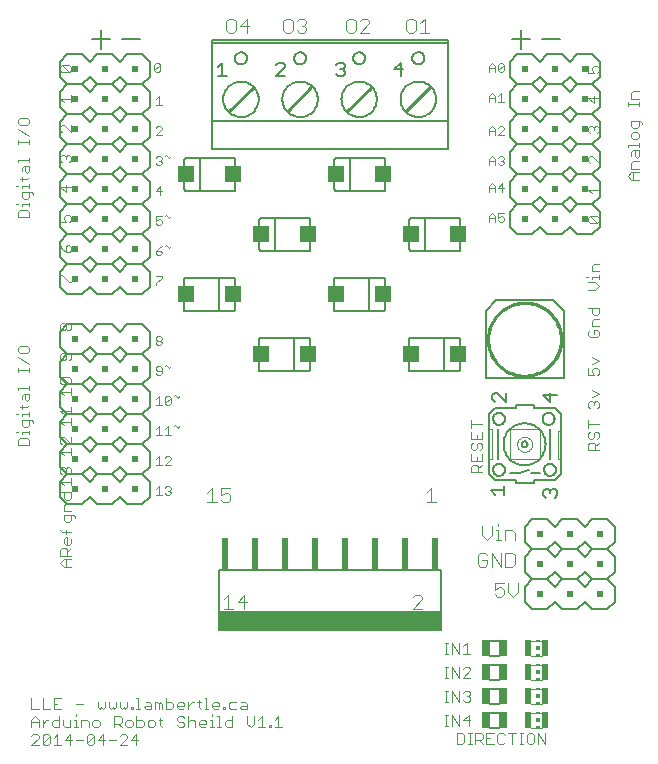
<source format=gto>
G75*
%MOIN*%
%OFA0B0*%
%FSLAX24Y24*%
%IPPOS*%
%LPD*%
%AMOC8*
5,1,8,0,0,1.08239X$1,22.5*
%
%ADD10C,0.0030*%
%ADD11C,0.0040*%
%ADD12C,0.0080*%
%ADD13C,0.0060*%
%ADD14R,0.0200X0.1100*%
%ADD15R,0.7461X0.0659*%
%ADD16C,0.0100*%
%ADD17C,0.0050*%
%ADD18R,0.0200X0.0200*%
%ADD19C,0.0008*%
%ADD20R,0.0551X0.0551*%
%ADD21C,0.0020*%
%ADD22R,0.0118X0.0059*%
%ADD23R,0.0118X0.0118*%
%ADD24R,0.0236X0.0531*%
%ADD25R,0.0256X0.0551*%
D10*
X000715Y005165D02*
X000962Y005412D01*
X000962Y005474D01*
X000900Y005535D01*
X000777Y005535D01*
X000715Y005474D01*
X000715Y005765D02*
X000715Y006012D01*
X000838Y006135D01*
X000962Y006012D01*
X000962Y005765D01*
X001083Y005765D02*
X001083Y006012D01*
X001083Y005888D02*
X001207Y006012D01*
X001268Y006012D01*
X001390Y005950D02*
X001452Y006012D01*
X001637Y006012D01*
X001759Y006012D02*
X001759Y005827D01*
X001820Y005765D01*
X002005Y005765D01*
X002005Y006012D01*
X002127Y006012D02*
X002189Y006012D01*
X002189Y005765D01*
X002250Y005765D02*
X002127Y005765D01*
X002372Y005765D02*
X002372Y006012D01*
X002558Y006012D01*
X002619Y005950D01*
X002619Y005765D01*
X002741Y005827D02*
X002802Y005765D01*
X002926Y005765D01*
X002988Y005827D01*
X002988Y005950D01*
X002926Y006012D01*
X002802Y006012D01*
X002741Y005950D01*
X002741Y005827D01*
X002742Y005535D02*
X002803Y005474D01*
X002557Y005227D01*
X002618Y005165D01*
X002742Y005165D01*
X002803Y005227D01*
X002803Y005474D01*
X002742Y005535D02*
X002618Y005535D01*
X002557Y005474D01*
X002557Y005227D01*
X002435Y005350D02*
X002188Y005350D01*
X002067Y005350D02*
X001820Y005350D01*
X002005Y005535D01*
X002005Y005165D01*
X001699Y005165D02*
X001452Y005165D01*
X001575Y005165D02*
X001575Y005535D01*
X001452Y005412D01*
X001330Y005474D02*
X001083Y005227D01*
X001145Y005165D01*
X001268Y005165D01*
X001330Y005227D01*
X001330Y005474D01*
X001268Y005535D01*
X001145Y005535D01*
X001083Y005474D01*
X001083Y005227D01*
X000962Y005165D02*
X000715Y005165D01*
X000715Y005950D02*
X000962Y005950D01*
X000962Y006365D02*
X000715Y006365D01*
X000715Y006735D01*
X001083Y006735D02*
X001083Y006365D01*
X001330Y006365D01*
X001452Y006365D02*
X001699Y006365D01*
X001575Y006550D02*
X001452Y006550D01*
X001452Y006735D02*
X001452Y006365D01*
X001637Y006135D02*
X001637Y005765D01*
X001452Y005765D01*
X001390Y005827D01*
X001390Y005950D01*
X001452Y006735D02*
X001699Y006735D01*
X002188Y006550D02*
X002435Y006550D01*
X002189Y006197D02*
X002189Y006135D01*
X002925Y006427D02*
X002987Y006365D01*
X003048Y006427D01*
X003110Y006365D01*
X003172Y006427D01*
X003172Y006612D01*
X003293Y006612D02*
X003293Y006427D01*
X003355Y006365D01*
X003417Y006427D01*
X003478Y006365D01*
X003540Y006427D01*
X003540Y006612D01*
X003662Y006612D02*
X003662Y006427D01*
X003723Y006365D01*
X003785Y006427D01*
X003847Y006365D01*
X003908Y006427D01*
X003908Y006612D01*
X004030Y006427D02*
X004092Y006427D01*
X004092Y006365D01*
X004030Y006365D01*
X004030Y006427D01*
X004214Y006365D02*
X004337Y006365D01*
X004276Y006365D02*
X004276Y006735D01*
X004214Y006735D01*
X004521Y006612D02*
X004645Y006612D01*
X004706Y006550D01*
X004706Y006365D01*
X004521Y006365D01*
X004460Y006427D01*
X004521Y006488D01*
X004706Y006488D01*
X004828Y006365D02*
X004828Y006612D01*
X004890Y006612D01*
X004951Y006550D01*
X005013Y006612D01*
X005075Y006550D01*
X005075Y006365D01*
X005196Y006365D02*
X005196Y006735D01*
X005196Y006612D02*
X005381Y006612D01*
X005443Y006550D01*
X005443Y006427D01*
X005381Y006365D01*
X005196Y006365D01*
X005012Y006074D02*
X005012Y005827D01*
X005074Y005765D01*
X005074Y006012D02*
X004951Y006012D01*
X004829Y005950D02*
X004767Y006012D01*
X004644Y006012D01*
X004582Y005950D01*
X004582Y005827D01*
X004644Y005765D01*
X004767Y005765D01*
X004829Y005827D01*
X004829Y005950D01*
X004461Y005950D02*
X004399Y006012D01*
X004214Y006012D01*
X004214Y006135D02*
X004214Y005765D01*
X004399Y005765D01*
X004461Y005827D01*
X004461Y005950D01*
X004215Y005535D02*
X004030Y005350D01*
X004277Y005350D01*
X004215Y005165D02*
X004215Y005535D01*
X004031Y005765D02*
X004093Y005827D01*
X004093Y005950D01*
X004031Y006012D01*
X003907Y006012D01*
X003846Y005950D01*
X003846Y005827D01*
X003907Y005765D01*
X004031Y005765D01*
X003847Y005535D02*
X003723Y005535D01*
X003662Y005474D01*
X003540Y005350D02*
X003293Y005350D01*
X003172Y005350D02*
X002925Y005350D01*
X003110Y005535D01*
X003110Y005165D01*
X003662Y005165D02*
X003908Y005412D01*
X003908Y005474D01*
X003847Y005535D01*
X003724Y005765D02*
X003601Y005888D01*
X003663Y005888D02*
X003477Y005888D01*
X003477Y005765D02*
X003477Y006135D01*
X003663Y006135D01*
X003724Y006074D01*
X003724Y005950D01*
X003663Y005888D01*
X003662Y005165D02*
X003908Y005165D01*
X004951Y006365D02*
X004951Y006550D01*
X005564Y006550D02*
X005626Y006612D01*
X005750Y006612D01*
X005811Y006550D01*
X005811Y006488D01*
X005564Y006488D01*
X005564Y006427D02*
X005564Y006550D01*
X005564Y006427D02*
X005626Y006365D01*
X005750Y006365D01*
X005933Y006365D02*
X005933Y006612D01*
X006056Y006612D02*
X006118Y006612D01*
X006056Y006612D02*
X005933Y006488D01*
X006240Y006612D02*
X006363Y006612D01*
X006301Y006674D02*
X006301Y006427D01*
X006363Y006365D01*
X006485Y006365D02*
X006609Y006365D01*
X006547Y006365D02*
X006547Y006735D01*
X006485Y006735D01*
X006731Y006550D02*
X006793Y006612D01*
X006916Y006612D01*
X006978Y006550D01*
X006978Y006488D01*
X006731Y006488D01*
X006731Y006427D02*
X006731Y006550D01*
X006731Y006427D02*
X006793Y006365D01*
X006916Y006365D01*
X007099Y006365D02*
X007161Y006365D01*
X007161Y006427D01*
X007099Y006427D01*
X007099Y006365D01*
X007283Y006427D02*
X007345Y006365D01*
X007530Y006365D01*
X007652Y006427D02*
X007713Y006488D01*
X007898Y006488D01*
X007898Y006550D02*
X007898Y006365D01*
X007713Y006365D01*
X007652Y006427D01*
X007713Y006612D02*
X007837Y006612D01*
X007898Y006550D01*
X007897Y006135D02*
X007897Y005888D01*
X008021Y005765D01*
X008144Y005888D01*
X008144Y006135D01*
X008265Y006012D02*
X008389Y006135D01*
X008389Y005765D01*
X008512Y005765D02*
X008265Y005765D01*
X008634Y005765D02*
X008695Y005765D01*
X008695Y005827D01*
X008634Y005827D01*
X008634Y005765D01*
X008818Y005765D02*
X009065Y005765D01*
X008941Y005765D02*
X008941Y006135D01*
X008818Y006012D01*
X007407Y006012D02*
X007222Y006012D01*
X007161Y005950D01*
X007161Y005827D01*
X007222Y005765D01*
X007407Y005765D01*
X007407Y006135D01*
X007283Y006427D02*
X007283Y006550D01*
X007345Y006612D01*
X007530Y006612D01*
X006977Y006135D02*
X006977Y005765D01*
X007038Y005765D02*
X006915Y005765D01*
X006793Y005765D02*
X006669Y005765D01*
X006731Y005765D02*
X006731Y006012D01*
X006669Y006012D01*
X006548Y005950D02*
X006548Y005888D01*
X006301Y005888D01*
X006301Y005827D02*
X006301Y005950D01*
X006363Y006012D01*
X006486Y006012D01*
X006548Y005950D01*
X006486Y005765D02*
X006363Y005765D01*
X006301Y005827D01*
X006180Y005765D02*
X006180Y005950D01*
X006118Y006012D01*
X005995Y006012D01*
X005933Y005950D01*
X005811Y005888D02*
X005811Y005827D01*
X005750Y005765D01*
X005626Y005765D01*
X005564Y005827D01*
X005626Y005950D02*
X005750Y005950D01*
X005811Y005888D01*
X005933Y005765D02*
X005933Y006135D01*
X005811Y006074D02*
X005750Y006135D01*
X005626Y006135D01*
X005564Y006074D01*
X005564Y006012D01*
X005626Y005950D01*
X006731Y006135D02*
X006731Y006197D01*
X006915Y006135D02*
X006977Y006135D01*
X002925Y006427D02*
X002925Y006612D01*
X002035Y011115D02*
X001788Y011115D01*
X001665Y011238D01*
X001788Y011361D01*
X002035Y011361D01*
X002035Y011483D02*
X001665Y011483D01*
X001665Y011668D01*
X001726Y011730D01*
X001850Y011730D01*
X001912Y011668D01*
X001912Y011483D01*
X001912Y011606D02*
X002035Y011730D01*
X001973Y011851D02*
X001850Y011851D01*
X001788Y011913D01*
X001788Y012036D01*
X001850Y012098D01*
X001912Y012098D01*
X001912Y011851D01*
X001973Y011851D02*
X002035Y011913D01*
X002035Y012036D01*
X002035Y012281D02*
X001726Y012281D01*
X001665Y012343D01*
X001850Y012343D02*
X001850Y012219D01*
X001850Y012610D02*
X001973Y012610D01*
X002035Y012672D01*
X002035Y012857D01*
X002097Y012857D02*
X001788Y012857D01*
X001788Y012672D01*
X001850Y012610D01*
X002158Y012733D02*
X002158Y012795D01*
X002097Y012857D01*
X002035Y012978D02*
X001788Y012978D01*
X001788Y013164D01*
X001850Y013225D01*
X002035Y013225D01*
X001973Y013347D02*
X001850Y013347D01*
X001788Y013408D01*
X001788Y013594D01*
X001665Y013594D02*
X002035Y013594D01*
X002035Y013408D01*
X001973Y013347D01*
X002035Y013828D02*
X002035Y014075D01*
X002035Y013952D02*
X001665Y013952D01*
X001788Y013828D01*
X001726Y014197D02*
X001665Y014258D01*
X001665Y014382D01*
X001726Y014444D01*
X001788Y014444D01*
X001850Y014382D01*
X001912Y014444D01*
X001973Y014444D01*
X002035Y014382D01*
X002035Y014258D01*
X001973Y014197D01*
X001850Y014320D02*
X001850Y014382D01*
X001788Y014828D02*
X001665Y014952D01*
X002035Y014952D01*
X002035Y015075D02*
X002035Y014828D01*
X002035Y015197D02*
X001788Y015444D01*
X001726Y015444D01*
X001665Y015382D01*
X001665Y015258D01*
X001726Y015197D01*
X002035Y015197D02*
X002035Y015444D01*
X002035Y015828D02*
X002035Y016075D01*
X002035Y016197D02*
X002035Y016444D01*
X002035Y016320D02*
X001665Y016320D01*
X001788Y016197D01*
X001665Y015952D02*
X002035Y015952D01*
X001788Y015828D02*
X001665Y015952D01*
X001788Y016828D02*
X001665Y016952D01*
X002035Y016952D01*
X002035Y017075D02*
X002035Y016828D01*
X001973Y017197D02*
X001726Y017444D01*
X001973Y017444D01*
X002035Y017382D01*
X002035Y017258D01*
X001973Y017197D01*
X001726Y017197D01*
X001665Y017258D01*
X001665Y017382D01*
X001726Y017444D01*
X001726Y017997D02*
X001788Y017997D01*
X001850Y018058D01*
X001850Y018244D01*
X001973Y018244D02*
X001726Y018244D01*
X001665Y018182D01*
X001665Y018058D01*
X001726Y017997D01*
X001973Y017997D02*
X002035Y018058D01*
X002035Y018182D01*
X001973Y018244D01*
X001973Y018997D02*
X001912Y018997D01*
X001850Y019058D01*
X001850Y019182D01*
X001912Y019244D01*
X001973Y019244D01*
X002035Y019182D01*
X002035Y019058D01*
X001973Y018997D01*
X001850Y019058D02*
X001788Y018997D01*
X001726Y018997D01*
X001665Y019058D01*
X001665Y019182D01*
X001726Y019244D01*
X001788Y019244D01*
X001850Y019182D01*
X001973Y020597D02*
X001726Y020844D01*
X001665Y020844D01*
X001665Y020597D01*
X001973Y020597D02*
X002035Y020597D01*
X001973Y021597D02*
X001850Y021597D01*
X001850Y021782D01*
X001912Y021844D01*
X001973Y021844D01*
X002035Y021782D01*
X002035Y021658D01*
X001973Y021597D01*
X001850Y021597D02*
X001726Y021720D01*
X001665Y021844D01*
X001665Y022597D02*
X001850Y022597D01*
X001788Y022720D01*
X001788Y022782D01*
X001850Y022844D01*
X001973Y022844D01*
X002035Y022782D01*
X002035Y022658D01*
X001973Y022597D01*
X001665Y022597D02*
X001665Y022844D01*
X001850Y023597D02*
X001665Y023782D01*
X002035Y023782D01*
X001850Y023844D02*
X001850Y023597D01*
X001973Y024597D02*
X002035Y024658D01*
X002035Y024782D01*
X001973Y024844D01*
X001912Y024844D01*
X001850Y024782D01*
X001850Y024720D01*
X001850Y024782D02*
X001788Y024844D01*
X001726Y024844D01*
X001665Y024782D01*
X001665Y024658D01*
X001726Y024597D01*
X001726Y025597D02*
X001665Y025658D01*
X001665Y025782D01*
X001726Y025844D01*
X001788Y025844D01*
X002035Y025597D01*
X002035Y025844D01*
X002035Y026597D02*
X002035Y026844D01*
X002035Y026720D02*
X001665Y026720D01*
X001788Y026597D01*
X001726Y027597D02*
X001665Y027658D01*
X001665Y027782D01*
X001726Y027844D01*
X001973Y027597D01*
X002035Y027658D01*
X002035Y027782D01*
X001973Y027844D01*
X001726Y027844D01*
X001726Y027597D02*
X001973Y027597D01*
X000573Y026081D02*
X000326Y026081D01*
X000265Y026019D01*
X000265Y025896D01*
X000326Y025834D01*
X000573Y025834D01*
X000635Y025896D01*
X000635Y026019D01*
X000573Y026081D01*
X000265Y025713D02*
X000635Y025466D01*
X000635Y025344D02*
X000635Y025220D01*
X000635Y025282D02*
X000265Y025282D01*
X000265Y025220D02*
X000265Y025344D01*
X000265Y024668D02*
X000635Y024668D01*
X000635Y024607D02*
X000635Y024730D01*
X000635Y024485D02*
X000635Y024300D01*
X000573Y024238D01*
X000512Y024300D01*
X000512Y024485D01*
X000450Y024485D02*
X000635Y024485D01*
X000450Y024485D02*
X000388Y024423D01*
X000388Y024300D01*
X000388Y024116D02*
X000388Y023993D01*
X000326Y024054D02*
X000573Y024054D01*
X000635Y024116D01*
X000635Y023871D02*
X000635Y023747D01*
X000635Y023809D02*
X000388Y023809D01*
X000388Y023747D01*
X000388Y023626D02*
X000388Y023441D01*
X000450Y023379D01*
X000573Y023379D01*
X000635Y023441D01*
X000635Y023626D01*
X000697Y023626D02*
X000388Y023626D01*
X000265Y023809D02*
X000203Y023809D01*
X000203Y023195D02*
X000265Y023195D01*
X000388Y023195D02*
X000635Y023195D01*
X000635Y023133D02*
X000635Y023257D01*
X000573Y023012D02*
X000326Y023012D01*
X000265Y022950D01*
X000265Y022765D01*
X000635Y022765D01*
X000635Y022950D01*
X000573Y023012D01*
X000388Y023133D02*
X000388Y023195D01*
X000758Y023502D02*
X000758Y023564D01*
X000697Y023626D01*
X000265Y024607D02*
X000265Y024668D01*
X000326Y018481D02*
X000265Y018419D01*
X000265Y018296D01*
X000326Y018234D01*
X000573Y018234D01*
X000635Y018296D01*
X000635Y018419D01*
X000573Y018481D01*
X000326Y018481D01*
X000265Y018113D02*
X000635Y017866D01*
X000635Y017744D02*
X000635Y017620D01*
X000635Y017682D02*
X000265Y017682D01*
X000265Y017620D02*
X000265Y017744D01*
X000265Y017068D02*
X000635Y017068D01*
X000635Y017007D02*
X000635Y017130D01*
X000635Y016885D02*
X000635Y016700D01*
X000573Y016638D01*
X000512Y016700D01*
X000512Y016885D01*
X000450Y016885D02*
X000635Y016885D01*
X000450Y016885D02*
X000388Y016823D01*
X000388Y016700D01*
X000388Y016516D02*
X000388Y016393D01*
X000326Y016454D02*
X000573Y016454D01*
X000635Y016516D01*
X000635Y016271D02*
X000635Y016147D01*
X000635Y016209D02*
X000388Y016209D01*
X000388Y016147D01*
X000388Y016026D02*
X000388Y015841D01*
X000450Y015779D01*
X000573Y015779D01*
X000635Y015841D01*
X000635Y016026D01*
X000697Y016026D02*
X000388Y016026D01*
X000265Y016209D02*
X000203Y016209D01*
X000203Y015595D02*
X000265Y015595D01*
X000388Y015595D02*
X000635Y015595D01*
X000635Y015533D02*
X000635Y015657D01*
X000573Y015412D02*
X000326Y015412D01*
X000265Y015350D01*
X000265Y015165D01*
X000635Y015165D01*
X000635Y015350D01*
X000573Y015412D01*
X000388Y015533D02*
X000388Y015595D01*
X000758Y015902D02*
X000758Y015964D01*
X000697Y016026D01*
X000265Y017007D02*
X000265Y017068D01*
X001850Y011361D02*
X001850Y011115D01*
X004865Y013515D02*
X005058Y013515D01*
X004962Y013515D02*
X004962Y013805D01*
X004865Y013708D01*
X005160Y013757D02*
X005208Y013805D01*
X005305Y013805D01*
X005353Y013757D01*
X005353Y013708D01*
X005305Y013660D01*
X005353Y013612D01*
X005353Y013563D01*
X005305Y013515D01*
X005208Y013515D01*
X005160Y013563D01*
X005256Y013660D02*
X005305Y013660D01*
X005353Y014515D02*
X005160Y014515D01*
X005353Y014708D01*
X005353Y014757D01*
X005305Y014805D01*
X005208Y014805D01*
X005160Y014757D01*
X004962Y014805D02*
X004962Y014515D01*
X005058Y014515D02*
X004865Y014515D01*
X004865Y014708D02*
X004962Y014805D01*
X004962Y015515D02*
X004962Y015805D01*
X004865Y015708D01*
X004865Y015515D02*
X005058Y015515D01*
X005160Y015515D02*
X005353Y015515D01*
X005256Y015515D02*
X005256Y015805D01*
X005160Y015708D01*
X005454Y015805D02*
X005503Y015854D01*
X005599Y015757D01*
X005648Y015805D01*
X005305Y016515D02*
X005208Y016515D01*
X005160Y016563D01*
X005353Y016757D01*
X005353Y016563D01*
X005305Y016515D01*
X005160Y016563D02*
X005160Y016757D01*
X005208Y016805D01*
X005305Y016805D01*
X005353Y016757D01*
X005454Y016805D02*
X005503Y016854D01*
X005599Y016757D01*
X005648Y016805D01*
X005058Y016515D02*
X004865Y016515D01*
X004962Y016515D02*
X004962Y016805D01*
X004865Y016708D01*
X004913Y017515D02*
X005010Y017515D01*
X005058Y017563D01*
X005058Y017757D01*
X005010Y017805D01*
X004913Y017805D01*
X004865Y017757D01*
X004865Y017708D01*
X004913Y017660D01*
X005058Y017660D01*
X005160Y017805D02*
X005208Y017854D01*
X005305Y017757D01*
X005353Y017805D01*
X004913Y017515D02*
X004865Y017563D01*
X004913Y018515D02*
X004865Y018563D01*
X004865Y018612D01*
X004913Y018660D01*
X005010Y018660D01*
X005058Y018612D01*
X005058Y018563D01*
X005010Y018515D01*
X004913Y018515D01*
X004913Y018660D02*
X004865Y018708D01*
X004865Y018757D01*
X004913Y018805D01*
X005010Y018805D01*
X005058Y018757D01*
X005058Y018708D01*
X005010Y018660D01*
X004865Y020515D02*
X004865Y020563D01*
X005058Y020757D01*
X005058Y020805D01*
X004865Y020805D01*
X004913Y021515D02*
X005010Y021515D01*
X005058Y021563D01*
X005058Y021612D01*
X005010Y021660D01*
X004865Y021660D01*
X004865Y021563D01*
X004913Y021515D01*
X004865Y021660D02*
X004962Y021757D01*
X005058Y021805D01*
X005160Y021805D02*
X005208Y021854D01*
X005305Y021757D01*
X005353Y021805D01*
X005010Y022515D02*
X004913Y022515D01*
X004865Y022563D01*
X004865Y022660D02*
X004962Y022708D01*
X005010Y022708D01*
X005058Y022660D01*
X005058Y022563D01*
X005010Y022515D01*
X004865Y022660D02*
X004865Y022805D01*
X005058Y022805D01*
X005160Y022805D02*
X005208Y022854D01*
X005305Y022757D01*
X005353Y022805D01*
X005010Y023515D02*
X005010Y023805D01*
X004865Y023660D01*
X005058Y023660D01*
X005010Y024515D02*
X004913Y024515D01*
X004865Y024563D01*
X004962Y024660D02*
X005010Y024660D01*
X005058Y024612D01*
X005058Y024563D01*
X005010Y024515D01*
X005010Y024660D02*
X005058Y024708D01*
X005058Y024757D01*
X005010Y024805D01*
X004913Y024805D01*
X004865Y024757D01*
X005160Y024805D02*
X005208Y024854D01*
X005305Y024757D01*
X005353Y024805D01*
X005058Y025515D02*
X004865Y025515D01*
X005058Y025708D01*
X005058Y025757D01*
X005010Y025805D01*
X004913Y025805D01*
X004865Y025757D01*
X004865Y026515D02*
X005058Y026515D01*
X004962Y026515D02*
X004962Y026805D01*
X004865Y026708D01*
X004863Y027615D02*
X004815Y027663D01*
X005008Y027857D01*
X005008Y027663D01*
X004960Y027615D01*
X004863Y027615D01*
X004815Y027663D02*
X004815Y027857D01*
X004863Y027905D01*
X004960Y027905D01*
X005008Y027857D01*
X015365Y015994D02*
X015365Y015747D01*
X015365Y015625D02*
X015365Y015378D01*
X015735Y015378D01*
X015735Y015625D01*
X015550Y015502D02*
X015550Y015378D01*
X015612Y015257D02*
X015550Y015195D01*
X015550Y015072D01*
X015488Y015010D01*
X015426Y015010D01*
X015365Y015072D01*
X015365Y015195D01*
X015426Y015257D01*
X015612Y015257D02*
X015673Y015257D01*
X015735Y015195D01*
X015735Y015072D01*
X015673Y015010D01*
X015735Y014889D02*
X015735Y014642D01*
X015365Y014642D01*
X015365Y014889D01*
X015550Y014765D02*
X015550Y014642D01*
X015550Y014520D02*
X015612Y014459D01*
X015612Y014273D01*
X015735Y014273D02*
X015365Y014273D01*
X015365Y014459D01*
X015426Y014520D01*
X015550Y014520D01*
X015612Y014397D02*
X015735Y014520D01*
X015735Y015870D02*
X015365Y015870D01*
X019265Y015871D02*
X019635Y015871D01*
X019573Y015626D02*
X019635Y015564D01*
X019635Y015441D01*
X019573Y015379D01*
X019635Y015258D02*
X019512Y015134D01*
X019512Y015196D02*
X019512Y015011D01*
X019635Y015011D02*
X019265Y015011D01*
X019265Y015196D01*
X019326Y015258D01*
X019450Y015258D01*
X019512Y015196D01*
X019388Y015379D02*
X019450Y015441D01*
X019450Y015564D01*
X019512Y015626D01*
X019573Y015626D01*
X019326Y015626D02*
X019265Y015564D01*
X019265Y015441D01*
X019326Y015379D01*
X019388Y015379D01*
X019265Y015748D02*
X019265Y015995D01*
X019326Y016397D02*
X019265Y016459D01*
X019265Y016582D01*
X019326Y016644D01*
X019388Y016644D01*
X019450Y016582D01*
X019512Y016644D01*
X019573Y016644D01*
X019635Y016582D01*
X019635Y016459D01*
X019573Y016397D01*
X019450Y016520D02*
X019450Y016582D01*
X019388Y016765D02*
X019635Y016889D01*
X019388Y017012D01*
X019450Y017497D02*
X019265Y017497D01*
X019265Y017744D01*
X019388Y017682D02*
X019450Y017744D01*
X019573Y017744D01*
X019635Y017682D01*
X019635Y017559D01*
X019573Y017497D01*
X019450Y017497D02*
X019388Y017620D01*
X019388Y017682D01*
X019388Y017865D02*
X019635Y017989D01*
X019388Y018112D01*
X019326Y018769D02*
X019573Y018769D01*
X019635Y018831D01*
X019635Y018954D01*
X019573Y019016D01*
X019450Y019016D01*
X019450Y018892D01*
X019326Y018769D02*
X019265Y018831D01*
X019265Y018954D01*
X019326Y019016D01*
X019388Y019137D02*
X019388Y019322D01*
X019450Y019384D01*
X019635Y019384D01*
X019573Y019506D02*
X019450Y019506D01*
X019388Y019567D01*
X019388Y019752D01*
X019265Y019752D02*
X019635Y019752D01*
X019635Y019567D01*
X019573Y019506D01*
X019635Y019137D02*
X019388Y019137D01*
X019265Y020347D02*
X019512Y020347D01*
X019635Y020470D01*
X019512Y020594D01*
X019265Y020594D01*
X019388Y020715D02*
X019388Y020777D01*
X019635Y020777D01*
X019635Y020715D02*
X019635Y020839D01*
X019635Y020961D02*
X019388Y020961D01*
X019388Y021146D01*
X019450Y021208D01*
X019635Y021208D01*
X019265Y020777D02*
X019203Y020777D01*
X019326Y022565D02*
X019265Y022627D01*
X019265Y022750D01*
X019326Y022812D01*
X019573Y022565D01*
X019635Y022627D01*
X019635Y022750D01*
X019573Y022812D01*
X019326Y022812D01*
X019326Y022565D02*
X019573Y022565D01*
X019635Y023565D02*
X019635Y023812D01*
X019635Y023688D02*
X019265Y023688D01*
X019388Y023565D01*
X019326Y024565D02*
X019265Y024627D01*
X019265Y024750D01*
X019326Y024812D01*
X019388Y024812D01*
X019635Y024565D01*
X019635Y024812D01*
X019573Y025565D02*
X019635Y025627D01*
X019635Y025750D01*
X019573Y025812D01*
X019512Y025812D01*
X019450Y025750D01*
X019450Y025688D01*
X019450Y025750D02*
X019388Y025812D01*
X019326Y025812D01*
X019265Y025750D01*
X019265Y025627D01*
X019326Y025565D01*
X019450Y026565D02*
X019265Y026750D01*
X019635Y026750D01*
X019450Y026812D02*
X019450Y026565D01*
X019450Y027565D02*
X019265Y027565D01*
X019265Y027812D01*
X019388Y027750D02*
X019388Y027688D01*
X019450Y027565D01*
X019573Y027565D02*
X019635Y027627D01*
X019635Y027750D01*
X019573Y027812D01*
X019450Y027812D01*
X019388Y027750D01*
X020706Y026905D02*
X020706Y026720D01*
X020953Y026720D01*
X020953Y026598D02*
X020953Y026474D01*
X020953Y026536D02*
X020583Y026536D01*
X020583Y026474D02*
X020583Y026598D01*
X020706Y026905D02*
X020768Y026967D01*
X020953Y026967D01*
X020953Y025985D02*
X020953Y025799D01*
X020891Y025738D01*
X020768Y025738D01*
X020706Y025799D01*
X020706Y025985D01*
X021015Y025985D01*
X021076Y025923D01*
X021076Y025861D01*
X020891Y025616D02*
X020768Y025616D01*
X020706Y025555D01*
X020706Y025431D01*
X020768Y025369D01*
X020891Y025369D01*
X020953Y025431D01*
X020953Y025555D01*
X020891Y025616D01*
X020953Y025247D02*
X020953Y025124D01*
X020953Y025186D02*
X020583Y025186D01*
X020583Y025124D01*
X020706Y024941D02*
X020768Y025002D01*
X020953Y025002D01*
X020953Y024817D01*
X020891Y024756D01*
X020830Y024817D01*
X020830Y025002D01*
X020706Y024941D02*
X020706Y024817D01*
X020768Y024634D02*
X020953Y024634D01*
X020768Y024634D02*
X020706Y024572D01*
X020706Y024387D01*
X020953Y024387D01*
X020953Y024266D02*
X020706Y024266D01*
X020583Y024142D01*
X020706Y024019D01*
X020953Y024019D01*
X020768Y024019D02*
X020768Y024266D01*
X016464Y024563D02*
X016415Y024515D01*
X016319Y024515D01*
X016270Y024563D01*
X016169Y024515D02*
X016169Y024708D01*
X016072Y024805D01*
X015976Y024708D01*
X015976Y024515D01*
X015976Y024660D02*
X016169Y024660D01*
X016270Y024757D02*
X016319Y024805D01*
X016415Y024805D01*
X016464Y024757D01*
X016464Y024708D01*
X016415Y024660D01*
X016464Y024612D01*
X016464Y024563D01*
X016415Y024660D02*
X016367Y024660D01*
X016415Y023905D02*
X016270Y023760D01*
X016464Y023760D01*
X016415Y023615D02*
X016415Y023905D01*
X016169Y023808D02*
X016169Y023615D01*
X016169Y023760D02*
X015976Y023760D01*
X015976Y023808D02*
X016072Y023905D01*
X016169Y023808D01*
X015976Y023808D02*
X015976Y023615D01*
X016072Y022905D02*
X015976Y022808D01*
X015976Y022615D01*
X015976Y022760D02*
X016169Y022760D01*
X016169Y022808D02*
X016169Y022615D01*
X016270Y022663D02*
X016319Y022615D01*
X016415Y022615D01*
X016464Y022663D01*
X016464Y022760D01*
X016415Y022808D01*
X016367Y022808D01*
X016270Y022760D01*
X016270Y022905D01*
X016464Y022905D01*
X016169Y022808D02*
X016072Y022905D01*
X015976Y025515D02*
X015976Y025708D01*
X016072Y025805D01*
X016169Y025708D01*
X016169Y025515D01*
X016270Y025515D02*
X016464Y025708D01*
X016464Y025757D01*
X016415Y025805D01*
X016319Y025805D01*
X016270Y025757D01*
X016169Y025660D02*
X015976Y025660D01*
X016270Y025515D02*
X016464Y025515D01*
X016464Y026615D02*
X016270Y026615D01*
X016367Y026615D02*
X016367Y026905D01*
X016270Y026808D01*
X016169Y026808D02*
X016072Y026905D01*
X015976Y026808D01*
X015976Y026615D01*
X015976Y026760D02*
X016169Y026760D01*
X016169Y026808D02*
X016169Y026615D01*
X016169Y027615D02*
X016169Y027808D01*
X016072Y027905D01*
X015976Y027808D01*
X015976Y027615D01*
X015976Y027760D02*
X016169Y027760D01*
X016270Y027663D02*
X016464Y027857D01*
X016464Y027663D01*
X016415Y027615D01*
X016319Y027615D01*
X016270Y027663D01*
X016270Y027857D01*
X016319Y027905D01*
X016415Y027905D01*
X016464Y027857D01*
X015220Y008585D02*
X015097Y008462D01*
X014975Y008585D02*
X014975Y008215D01*
X014728Y008585D01*
X014728Y008215D01*
X014606Y008215D02*
X014483Y008215D01*
X014545Y008215D02*
X014545Y008585D01*
X014606Y008585D02*
X014483Y008585D01*
X014483Y007785D02*
X014606Y007785D01*
X014545Y007785D02*
X014545Y007415D01*
X014606Y007415D02*
X014483Y007415D01*
X014483Y006985D02*
X014606Y006985D01*
X014545Y006985D02*
X014545Y006615D01*
X014606Y006615D02*
X014483Y006615D01*
X014728Y006615D02*
X014728Y006985D01*
X014975Y006615D01*
X014975Y006985D01*
X015097Y006924D02*
X015158Y006985D01*
X015282Y006985D01*
X015344Y006924D01*
X015344Y006862D01*
X015282Y006800D01*
X015344Y006738D01*
X015344Y006677D01*
X015282Y006615D01*
X015158Y006615D01*
X015097Y006677D01*
X015220Y006800D02*
X015282Y006800D01*
X015282Y006185D02*
X015097Y006000D01*
X015344Y006000D01*
X015282Y005815D02*
X015282Y006185D01*
X014975Y006185D02*
X014975Y005815D01*
X014728Y006185D01*
X014728Y005815D01*
X014606Y005815D02*
X014483Y005815D01*
X014545Y005815D02*
X014545Y006185D01*
X014606Y006185D02*
X014483Y006185D01*
X014896Y005585D02*
X015081Y005585D01*
X015143Y005524D01*
X015143Y005277D01*
X015081Y005215D01*
X014896Y005215D01*
X014896Y005585D01*
X015264Y005585D02*
X015387Y005585D01*
X015326Y005585D02*
X015326Y005215D01*
X015387Y005215D02*
X015264Y005215D01*
X015510Y005215D02*
X015510Y005585D01*
X015695Y005585D01*
X015756Y005524D01*
X015756Y005400D01*
X015695Y005338D01*
X015510Y005338D01*
X015633Y005338D02*
X015756Y005215D01*
X015878Y005215D02*
X015878Y005585D01*
X016125Y005585D01*
X016246Y005524D02*
X016246Y005277D01*
X016308Y005215D01*
X016431Y005215D01*
X016493Y005277D01*
X016493Y005524D02*
X016431Y005585D01*
X016308Y005585D01*
X016246Y005524D01*
X016125Y005215D02*
X015878Y005215D01*
X015878Y005400D02*
X016001Y005400D01*
X016615Y005585D02*
X016861Y005585D01*
X016983Y005585D02*
X017106Y005585D01*
X017045Y005585D02*
X017045Y005215D01*
X017106Y005215D02*
X016983Y005215D01*
X016738Y005215D02*
X016738Y005585D01*
X017228Y005524D02*
X017228Y005277D01*
X017290Y005215D01*
X017414Y005215D01*
X017475Y005277D01*
X017475Y005524D01*
X017414Y005585D01*
X017290Y005585D01*
X017228Y005524D01*
X017597Y005585D02*
X017597Y005215D01*
X017844Y005215D02*
X017597Y005585D01*
X017844Y005585D02*
X017844Y005215D01*
X015344Y007415D02*
X015097Y007415D01*
X015344Y007662D01*
X015344Y007724D01*
X015282Y007785D01*
X015158Y007785D01*
X015097Y007724D01*
X014975Y007785D02*
X014975Y007415D01*
X014728Y007785D01*
X014728Y007415D01*
X015097Y008215D02*
X015344Y008215D01*
X015220Y008215D02*
X015220Y008585D01*
D11*
X016226Y010120D02*
X016149Y010197D01*
X016226Y010120D02*
X016379Y010120D01*
X016456Y010197D01*
X016456Y010350D01*
X016379Y010427D01*
X016303Y010427D01*
X016149Y010350D01*
X016149Y010580D01*
X016456Y010580D01*
X016610Y010580D02*
X016610Y010273D01*
X016763Y010120D01*
X016917Y010273D01*
X016917Y010580D01*
X016740Y011120D02*
X016510Y011120D01*
X016510Y011580D01*
X016740Y011580D01*
X016817Y011504D01*
X016817Y011197D01*
X016740Y011120D01*
X016356Y011120D02*
X016356Y011580D01*
X016049Y011580D02*
X016049Y011120D01*
X015896Y011197D02*
X015896Y011350D01*
X015742Y011350D01*
X015589Y011197D02*
X015589Y011504D01*
X015666Y011580D01*
X015819Y011580D01*
X015896Y011504D01*
X016049Y011580D02*
X016356Y011120D01*
X015896Y011197D02*
X015819Y011120D01*
X015666Y011120D01*
X015589Y011197D01*
X015896Y012020D02*
X015742Y012173D01*
X015742Y012480D01*
X016049Y012173D02*
X015896Y012020D01*
X016049Y012173D02*
X016049Y012480D01*
X016203Y012327D02*
X016279Y012327D01*
X016279Y012020D01*
X016203Y012020D02*
X016356Y012020D01*
X016510Y012020D02*
X016510Y012327D01*
X016740Y012327D01*
X016817Y012250D01*
X016817Y012020D01*
X016279Y012480D02*
X016279Y012557D01*
X014189Y013290D02*
X013882Y013290D01*
X014035Y013290D02*
X014035Y013751D01*
X013882Y013597D01*
X013659Y010180D02*
X013505Y010180D01*
X013429Y010104D01*
X013659Y010180D02*
X013736Y010104D01*
X013736Y010027D01*
X013429Y009720D01*
X013736Y009720D01*
X017373Y008646D02*
X017727Y008646D01*
X017727Y008154D02*
X017363Y008154D01*
X017373Y007846D02*
X017727Y007846D01*
X017727Y007354D02*
X017363Y007354D01*
X017373Y007046D02*
X017727Y007046D01*
X017727Y006554D02*
X017363Y006554D01*
X017373Y006246D02*
X017727Y006246D01*
X017727Y005754D02*
X017363Y005754D01*
X007814Y009720D02*
X007814Y010180D01*
X007584Y009950D01*
X007891Y009950D01*
X007431Y009720D02*
X007124Y009720D01*
X007277Y009720D02*
X007277Y010180D01*
X007124Y010027D01*
X007114Y013267D02*
X007037Y013344D01*
X007114Y013267D02*
X007268Y013267D01*
X007344Y013344D01*
X007344Y013497D01*
X007268Y013574D01*
X007191Y013574D01*
X007037Y013497D01*
X007037Y013727D01*
X007344Y013727D01*
X006730Y013727D02*
X006730Y013267D01*
X006577Y013267D02*
X006884Y013267D01*
X006577Y013574D02*
X006730Y013727D01*
X007286Y028920D02*
X007440Y028920D01*
X007517Y028997D01*
X007517Y029304D01*
X007440Y029380D01*
X007286Y029380D01*
X007210Y029304D01*
X007210Y028997D01*
X007286Y028920D01*
X007670Y029150D02*
X007977Y029150D01*
X007900Y028920D02*
X007900Y029380D01*
X007670Y029150D01*
X009110Y028997D02*
X009186Y028920D01*
X009340Y028920D01*
X009417Y028997D01*
X009417Y029304D01*
X009340Y029380D01*
X009186Y029380D01*
X009110Y029304D01*
X009110Y028997D01*
X009570Y028997D02*
X009647Y028920D01*
X009800Y028920D01*
X009877Y028997D01*
X009877Y029073D01*
X009800Y029150D01*
X009723Y029150D01*
X009800Y029150D02*
X009877Y029227D01*
X009877Y029304D01*
X009800Y029380D01*
X009647Y029380D01*
X009570Y029304D01*
X011210Y029304D02*
X011210Y028997D01*
X011286Y028920D01*
X011440Y028920D01*
X011517Y028997D01*
X011517Y029304D01*
X011440Y029380D01*
X011286Y029380D01*
X011210Y029304D01*
X011670Y029304D02*
X011747Y029380D01*
X011900Y029380D01*
X011977Y029304D01*
X011977Y029227D01*
X011670Y028920D01*
X011977Y028920D01*
X013210Y028997D02*
X013286Y028920D01*
X013440Y028920D01*
X013517Y028997D01*
X013517Y029304D01*
X013440Y029380D01*
X013286Y029380D01*
X013210Y029304D01*
X013210Y028997D01*
X013670Y028920D02*
X013977Y028920D01*
X013823Y028920D02*
X013823Y029380D01*
X013670Y029227D01*
D12*
X016650Y027950D02*
X016650Y027450D01*
X016900Y027200D01*
X016650Y026950D01*
X016650Y026450D01*
X016900Y026200D01*
X016650Y025950D01*
X016650Y025450D01*
X016900Y025200D01*
X016650Y024950D01*
X016650Y024450D01*
X016900Y024200D01*
X016650Y023950D01*
X016650Y023450D01*
X016900Y023200D01*
X016650Y022950D01*
X016650Y022450D01*
X016900Y022200D01*
X017400Y022200D01*
X017650Y022450D01*
X017900Y022200D01*
X018400Y022200D01*
X018650Y022450D01*
X018900Y022200D01*
X019400Y022200D01*
X019650Y022450D01*
X019650Y022950D01*
X019400Y023200D01*
X018900Y023200D01*
X018650Y022950D01*
X018400Y023200D01*
X017900Y023200D01*
X017650Y022950D01*
X017400Y023200D01*
X016900Y023200D01*
X017400Y023200D01*
X017650Y023450D01*
X017900Y023200D01*
X018400Y023200D01*
X018650Y023450D01*
X018900Y023200D01*
X019400Y023200D01*
X019650Y023450D01*
X019650Y023950D01*
X019400Y024200D01*
X018900Y024200D01*
X018650Y023950D01*
X018400Y024200D01*
X017900Y024200D01*
X017650Y023950D01*
X017400Y024200D01*
X016900Y024200D01*
X017400Y024200D01*
X017650Y024450D01*
X017900Y024200D01*
X018400Y024200D01*
X018650Y024450D01*
X018900Y024200D01*
X019400Y024200D01*
X019650Y024450D01*
X019650Y024950D01*
X019400Y025200D01*
X018900Y025200D01*
X018650Y024950D01*
X018400Y025200D01*
X017900Y025200D01*
X017650Y024950D01*
X017400Y025200D01*
X016900Y025200D01*
X017400Y025200D01*
X017650Y025450D01*
X017900Y025200D01*
X018400Y025200D01*
X018650Y025450D01*
X018900Y025200D01*
X019400Y025200D01*
X019650Y025450D01*
X019650Y025950D01*
X019400Y026200D01*
X018900Y026200D01*
X018650Y025950D01*
X018400Y026200D01*
X017900Y026200D01*
X017650Y025950D01*
X017400Y026200D01*
X016900Y026200D01*
X017400Y026200D01*
X017650Y026450D01*
X017900Y026200D01*
X018400Y026200D01*
X018650Y026450D01*
X018900Y026200D01*
X019400Y026200D01*
X019650Y026450D01*
X019650Y026950D01*
X019400Y027200D01*
X018900Y027200D01*
X018650Y026950D01*
X018400Y027200D01*
X017900Y027200D01*
X017650Y026950D01*
X017400Y027200D01*
X016900Y027200D01*
X017400Y027200D01*
X017650Y027450D01*
X017900Y027200D01*
X018400Y027200D01*
X018650Y027450D01*
X018900Y027200D01*
X019400Y027200D01*
X019650Y027450D01*
X019650Y027950D01*
X019400Y028200D01*
X018900Y028200D01*
X018650Y027950D01*
X018400Y028200D01*
X017900Y028200D01*
X017650Y027950D01*
X017400Y028200D01*
X016900Y028200D01*
X016650Y027950D01*
X017037Y028393D02*
X017037Y029007D01*
X017343Y028700D02*
X016730Y028700D01*
X017730Y028700D02*
X018343Y028700D01*
X018095Y019999D02*
X017583Y019999D01*
X016717Y019999D01*
X016205Y019999D01*
X015851Y019645D01*
X015851Y017401D01*
X016717Y017401D01*
X017583Y017401D01*
X018449Y017401D01*
X018449Y019645D01*
X018095Y019999D01*
X017900Y012700D02*
X017400Y012700D01*
X017150Y012450D01*
X017150Y011950D01*
X017400Y011700D01*
X017900Y011700D01*
X018150Y011950D01*
X018400Y011700D01*
X018900Y011700D01*
X019150Y011950D01*
X019400Y011700D01*
X019900Y011700D01*
X020150Y011950D01*
X020150Y012450D01*
X019900Y012700D01*
X019400Y012700D01*
X019150Y012450D01*
X018900Y012700D01*
X018400Y012700D01*
X018150Y012450D01*
X017900Y012700D01*
X017900Y011700D02*
X017400Y011700D01*
X017150Y011450D01*
X017150Y010950D01*
X017400Y010700D01*
X017900Y010700D01*
X018150Y010950D01*
X018400Y010700D01*
X018900Y010700D01*
X019150Y010950D01*
X019400Y010700D01*
X019900Y010700D01*
X020150Y010950D01*
X020150Y011450D01*
X019900Y011700D01*
X019400Y011700D01*
X019150Y011450D01*
X018900Y011700D01*
X018400Y011700D01*
X018150Y011450D01*
X017900Y011700D01*
X017900Y010700D02*
X017400Y010700D01*
X017150Y010450D01*
X017150Y009950D01*
X017400Y009700D01*
X017900Y009700D01*
X018150Y009950D01*
X018400Y009700D01*
X018900Y009700D01*
X019150Y009950D01*
X019400Y009700D01*
X019900Y009700D01*
X020150Y009950D01*
X020150Y010450D01*
X019900Y010700D01*
X019400Y010700D01*
X019150Y010450D01*
X018900Y010700D01*
X018400Y010700D01*
X018150Y010450D01*
X017900Y010700D01*
X004650Y013450D02*
X004650Y013950D01*
X004400Y014200D01*
X003900Y014200D01*
X003650Y013950D01*
X003400Y014200D01*
X002900Y014200D01*
X002650Y013950D01*
X002400Y014200D01*
X001900Y014200D01*
X001650Y013950D01*
X001650Y013450D01*
X001900Y013200D01*
X002400Y013200D01*
X002650Y013450D01*
X002900Y013200D01*
X003400Y013200D01*
X003650Y013450D01*
X003900Y013200D01*
X004400Y013200D01*
X004650Y013450D01*
X004400Y014200D02*
X003900Y014200D01*
X003650Y014450D01*
X003400Y014200D01*
X002900Y014200D01*
X002650Y014450D01*
X002400Y014200D01*
X001900Y014200D01*
X001650Y014450D01*
X001650Y014950D01*
X001900Y015200D01*
X002400Y015200D01*
X002650Y014950D01*
X002900Y015200D01*
X003400Y015200D01*
X003650Y014950D01*
X003900Y015200D01*
X004400Y015200D01*
X004650Y014950D01*
X004650Y014450D01*
X004400Y014200D01*
X004400Y015200D02*
X003900Y015200D01*
X003650Y015450D01*
X003400Y015200D01*
X002900Y015200D01*
X002650Y015450D01*
X002400Y015200D01*
X001900Y015200D01*
X001650Y015450D01*
X001650Y015950D01*
X001900Y016200D01*
X002400Y016200D01*
X002650Y015950D01*
X002900Y016200D01*
X003400Y016200D01*
X003650Y015950D01*
X003900Y016200D01*
X004400Y016200D01*
X004650Y015950D01*
X004650Y015450D01*
X004400Y015200D01*
X004400Y016200D02*
X003900Y016200D01*
X003650Y016450D01*
X003400Y016200D01*
X002900Y016200D01*
X002650Y016450D01*
X002400Y016200D01*
X001900Y016200D01*
X001650Y016450D01*
X001650Y016950D01*
X001900Y017200D01*
X002400Y017200D01*
X002650Y016950D01*
X002900Y017200D01*
X003400Y017200D01*
X003650Y016950D01*
X003900Y017200D01*
X004400Y017200D01*
X004650Y016950D01*
X004650Y016450D01*
X004400Y016200D01*
X004400Y017200D02*
X003900Y017200D01*
X003650Y017450D01*
X003400Y017200D01*
X002900Y017200D01*
X002650Y017450D01*
X002400Y017200D01*
X001900Y017200D01*
X001650Y017450D01*
X001650Y017950D01*
X001900Y018200D01*
X002400Y018200D01*
X002650Y017950D01*
X002900Y018200D01*
X003400Y018200D01*
X003650Y017950D01*
X003900Y018200D01*
X004400Y018200D01*
X004650Y017950D01*
X004650Y017450D01*
X004400Y017200D01*
X004400Y018200D02*
X003900Y018200D01*
X003650Y018450D01*
X003400Y018200D01*
X002900Y018200D01*
X002650Y018450D01*
X002400Y018200D01*
X001900Y018200D01*
X001650Y018450D01*
X001650Y018950D01*
X001900Y019200D01*
X002400Y019200D01*
X002650Y018950D01*
X002900Y019200D01*
X003400Y019200D01*
X003650Y018950D01*
X003900Y019200D01*
X004400Y019200D01*
X004650Y018950D01*
X004650Y018450D01*
X004400Y018200D01*
X004400Y020200D02*
X003900Y020200D01*
X003650Y020450D01*
X003400Y020200D01*
X002900Y020200D01*
X002650Y020450D01*
X002400Y020200D01*
X001900Y020200D01*
X001650Y020450D01*
X001650Y020950D01*
X001900Y021200D01*
X002400Y021200D01*
X002650Y020950D01*
X002900Y021200D01*
X003400Y021200D01*
X003650Y020950D01*
X003900Y021200D01*
X004400Y021200D01*
X004650Y020950D01*
X004650Y020450D01*
X004400Y020200D01*
X004400Y021200D02*
X003900Y021200D01*
X003650Y021450D01*
X003400Y021200D01*
X002900Y021200D01*
X002650Y021450D01*
X002400Y021200D01*
X001900Y021200D01*
X001650Y021450D01*
X001650Y021950D01*
X001900Y022200D01*
X002400Y022200D01*
X002650Y021950D01*
X002900Y022200D01*
X003400Y022200D01*
X003650Y021950D01*
X003900Y022200D01*
X004400Y022200D01*
X004650Y021950D01*
X004650Y021450D01*
X004400Y021200D01*
X004400Y022200D02*
X003900Y022200D01*
X003650Y022450D01*
X003400Y022200D01*
X002900Y022200D01*
X002650Y022450D01*
X002400Y022200D01*
X001900Y022200D01*
X001650Y022450D01*
X001650Y022950D01*
X001900Y023200D01*
X002400Y023200D01*
X002650Y022950D01*
X002900Y023200D01*
X003400Y023200D01*
X003650Y022950D01*
X003900Y023200D01*
X004400Y023200D01*
X004650Y022950D01*
X004650Y022450D01*
X004400Y022200D01*
X004400Y023200D02*
X003900Y023200D01*
X003650Y023450D01*
X003400Y023200D01*
X002900Y023200D01*
X002650Y023450D01*
X002400Y023200D01*
X001900Y023200D01*
X001650Y023450D01*
X001650Y023950D01*
X001900Y024200D01*
X002400Y024200D01*
X002650Y023950D01*
X002900Y024200D01*
X003400Y024200D01*
X003650Y023950D01*
X003900Y024200D01*
X004400Y024200D01*
X004650Y023950D01*
X004650Y023450D01*
X004400Y023200D01*
X004400Y024200D02*
X003900Y024200D01*
X003650Y024450D01*
X003400Y024200D01*
X002900Y024200D01*
X002650Y024450D01*
X002400Y024200D01*
X001900Y024200D01*
X001650Y024450D01*
X001650Y024950D01*
X001900Y025200D01*
X002400Y025200D01*
X002650Y024950D01*
X002900Y025200D01*
X003400Y025200D01*
X003650Y024950D01*
X003900Y025200D01*
X004400Y025200D01*
X004650Y024950D01*
X004650Y024450D01*
X004400Y024200D01*
X004400Y025200D02*
X003900Y025200D01*
X003650Y025450D01*
X003400Y025200D01*
X002900Y025200D01*
X002650Y025450D01*
X002400Y025200D01*
X001900Y025200D01*
X001650Y025450D01*
X001650Y025950D01*
X001900Y026200D01*
X002400Y026200D01*
X002650Y025950D01*
X002900Y026200D01*
X003400Y026200D01*
X003650Y025950D01*
X003900Y026200D01*
X004400Y026200D01*
X004650Y025950D01*
X004650Y025450D01*
X004400Y025200D01*
X004400Y026200D02*
X003900Y026200D01*
X003650Y026450D01*
X003400Y026200D01*
X002900Y026200D01*
X002650Y026450D01*
X002400Y026200D01*
X001900Y026200D01*
X001650Y026450D01*
X001650Y026950D01*
X001900Y027200D01*
X002400Y027200D01*
X002650Y027450D01*
X002900Y027200D01*
X003400Y027200D01*
X003650Y027450D01*
X003900Y027200D01*
X004400Y027200D01*
X004650Y027450D01*
X004650Y027950D01*
X004400Y028200D01*
X003900Y028200D01*
X003650Y027950D01*
X003400Y028200D01*
X002900Y028200D01*
X002650Y027950D01*
X002400Y028200D01*
X001900Y028200D01*
X001650Y027950D01*
X001650Y027450D01*
X001900Y027200D01*
X002400Y027200D01*
X002650Y026950D01*
X002900Y027200D01*
X003400Y027200D01*
X003650Y026950D01*
X003900Y027200D01*
X004400Y027200D01*
X004650Y026950D01*
X004650Y026450D01*
X004400Y026200D01*
X003037Y028393D02*
X003037Y029007D01*
X003343Y028700D02*
X002730Y028700D01*
X003730Y028700D02*
X004343Y028700D01*
D13*
X006717Y028670D02*
X006717Y028590D01*
X014587Y028590D01*
X014587Y025990D01*
X014587Y025050D01*
X006717Y025050D01*
X006717Y025990D01*
X006717Y028590D01*
X006717Y028670D02*
X014587Y028670D01*
X014587Y028590D01*
X013407Y028070D02*
X013409Y028098D01*
X013415Y028125D01*
X013424Y028151D01*
X013437Y028176D01*
X013454Y028199D01*
X013473Y028219D01*
X013495Y028236D01*
X013519Y028250D01*
X013545Y028260D01*
X013572Y028267D01*
X013600Y028270D01*
X013628Y028269D01*
X013655Y028264D01*
X013682Y028255D01*
X013707Y028243D01*
X013730Y028228D01*
X013751Y028209D01*
X013769Y028188D01*
X013784Y028164D01*
X013795Y028138D01*
X013803Y028112D01*
X013807Y028084D01*
X013807Y028056D01*
X013803Y028028D01*
X013795Y028002D01*
X013784Y027976D01*
X013769Y027952D01*
X013751Y027931D01*
X013730Y027912D01*
X013707Y027897D01*
X013682Y027885D01*
X013655Y027876D01*
X013628Y027871D01*
X013600Y027870D01*
X013572Y027873D01*
X013545Y027880D01*
X013519Y027890D01*
X013495Y027904D01*
X013473Y027921D01*
X013454Y027941D01*
X013437Y027964D01*
X013424Y027989D01*
X013415Y028015D01*
X013409Y028042D01*
X013407Y028070D01*
X013017Y026700D02*
X013019Y026748D01*
X013025Y026796D01*
X013035Y026843D01*
X013048Y026889D01*
X013065Y026934D01*
X013086Y026977D01*
X013111Y027019D01*
X013138Y027058D01*
X013169Y027095D01*
X013203Y027130D01*
X013239Y027161D01*
X013278Y027190D01*
X013319Y027215D01*
X013362Y027237D01*
X013406Y027255D01*
X013452Y027269D01*
X013499Y027280D01*
X013547Y027287D01*
X013595Y027290D01*
X013643Y027289D01*
X013691Y027284D01*
X013738Y027275D01*
X013785Y027263D01*
X013830Y027246D01*
X013874Y027226D01*
X013916Y027203D01*
X013956Y027176D01*
X013993Y027146D01*
X014028Y027113D01*
X014061Y027077D01*
X014090Y027039D01*
X014116Y026998D01*
X014139Y026956D01*
X014158Y026912D01*
X014173Y026866D01*
X014185Y026820D01*
X014193Y026772D01*
X014197Y026724D01*
X014197Y026676D01*
X014193Y026628D01*
X014185Y026580D01*
X014173Y026534D01*
X014158Y026488D01*
X014139Y026444D01*
X014116Y026402D01*
X014090Y026361D01*
X014061Y026323D01*
X014028Y026287D01*
X013993Y026254D01*
X013956Y026224D01*
X013916Y026197D01*
X013874Y026174D01*
X013830Y026154D01*
X013785Y026137D01*
X013738Y026125D01*
X013691Y026116D01*
X013643Y026111D01*
X013595Y026110D01*
X013547Y026113D01*
X013499Y026120D01*
X013452Y026131D01*
X013406Y026145D01*
X013362Y026163D01*
X013319Y026185D01*
X013278Y026210D01*
X013239Y026239D01*
X013203Y026270D01*
X013169Y026305D01*
X013138Y026342D01*
X013111Y026381D01*
X013086Y026423D01*
X013065Y026466D01*
X013048Y026511D01*
X013035Y026557D01*
X013025Y026604D01*
X013019Y026652D01*
X013017Y026700D01*
X013257Y025990D02*
X013957Y025990D01*
X014587Y025990D01*
X013257Y025990D02*
X011987Y025990D01*
X011287Y025990D01*
X010017Y025990D01*
X009317Y025990D01*
X008047Y025990D01*
X007347Y025990D01*
X006717Y025990D01*
X007107Y026700D02*
X007109Y026748D01*
X007115Y026796D01*
X007125Y026843D01*
X007138Y026889D01*
X007155Y026934D01*
X007176Y026977D01*
X007201Y027019D01*
X007228Y027058D01*
X007259Y027095D01*
X007293Y027130D01*
X007329Y027161D01*
X007368Y027190D01*
X007409Y027215D01*
X007452Y027237D01*
X007496Y027255D01*
X007542Y027269D01*
X007589Y027280D01*
X007637Y027287D01*
X007685Y027290D01*
X007733Y027289D01*
X007781Y027284D01*
X007828Y027275D01*
X007875Y027263D01*
X007920Y027246D01*
X007964Y027226D01*
X008006Y027203D01*
X008046Y027176D01*
X008083Y027146D01*
X008118Y027113D01*
X008151Y027077D01*
X008180Y027039D01*
X008206Y026998D01*
X008229Y026956D01*
X008248Y026912D01*
X008263Y026866D01*
X008275Y026820D01*
X008283Y026772D01*
X008287Y026724D01*
X008287Y026676D01*
X008283Y026628D01*
X008275Y026580D01*
X008263Y026534D01*
X008248Y026488D01*
X008229Y026444D01*
X008206Y026402D01*
X008180Y026361D01*
X008151Y026323D01*
X008118Y026287D01*
X008083Y026254D01*
X008046Y026224D01*
X008006Y026197D01*
X007964Y026174D01*
X007920Y026154D01*
X007875Y026137D01*
X007828Y026125D01*
X007781Y026116D01*
X007733Y026111D01*
X007685Y026110D01*
X007637Y026113D01*
X007589Y026120D01*
X007542Y026131D01*
X007496Y026145D01*
X007452Y026163D01*
X007409Y026185D01*
X007368Y026210D01*
X007329Y026239D01*
X007293Y026270D01*
X007259Y026305D01*
X007228Y026342D01*
X007201Y026381D01*
X007176Y026423D01*
X007155Y026466D01*
X007138Y026511D01*
X007125Y026557D01*
X007115Y026604D01*
X007109Y026652D01*
X007107Y026700D01*
X007497Y028070D02*
X007499Y028098D01*
X007505Y028125D01*
X007514Y028151D01*
X007527Y028176D01*
X007544Y028199D01*
X007563Y028219D01*
X007585Y028236D01*
X007609Y028250D01*
X007635Y028260D01*
X007662Y028267D01*
X007690Y028270D01*
X007718Y028269D01*
X007745Y028264D01*
X007772Y028255D01*
X007797Y028243D01*
X007820Y028228D01*
X007841Y028209D01*
X007859Y028188D01*
X007874Y028164D01*
X007885Y028138D01*
X007893Y028112D01*
X007897Y028084D01*
X007897Y028056D01*
X007893Y028028D01*
X007885Y028002D01*
X007874Y027976D01*
X007859Y027952D01*
X007841Y027931D01*
X007820Y027912D01*
X007797Y027897D01*
X007772Y027885D01*
X007745Y027876D01*
X007718Y027871D01*
X007690Y027870D01*
X007662Y027873D01*
X007635Y027880D01*
X007609Y027890D01*
X007585Y027904D01*
X007563Y027921D01*
X007544Y027941D01*
X007527Y027964D01*
X007514Y027989D01*
X007505Y028015D01*
X007499Y028042D01*
X007497Y028070D01*
X009467Y028070D02*
X009469Y028098D01*
X009475Y028125D01*
X009484Y028151D01*
X009497Y028176D01*
X009514Y028199D01*
X009533Y028219D01*
X009555Y028236D01*
X009579Y028250D01*
X009605Y028260D01*
X009632Y028267D01*
X009660Y028270D01*
X009688Y028269D01*
X009715Y028264D01*
X009742Y028255D01*
X009767Y028243D01*
X009790Y028228D01*
X009811Y028209D01*
X009829Y028188D01*
X009844Y028164D01*
X009855Y028138D01*
X009863Y028112D01*
X009867Y028084D01*
X009867Y028056D01*
X009863Y028028D01*
X009855Y028002D01*
X009844Y027976D01*
X009829Y027952D01*
X009811Y027931D01*
X009790Y027912D01*
X009767Y027897D01*
X009742Y027885D01*
X009715Y027876D01*
X009688Y027871D01*
X009660Y027870D01*
X009632Y027873D01*
X009605Y027880D01*
X009579Y027890D01*
X009555Y027904D01*
X009533Y027921D01*
X009514Y027941D01*
X009497Y027964D01*
X009484Y027989D01*
X009475Y028015D01*
X009469Y028042D01*
X009467Y028070D01*
X009077Y026700D02*
X009079Y026748D01*
X009085Y026796D01*
X009095Y026843D01*
X009108Y026889D01*
X009125Y026934D01*
X009146Y026977D01*
X009171Y027019D01*
X009198Y027058D01*
X009229Y027095D01*
X009263Y027130D01*
X009299Y027161D01*
X009338Y027190D01*
X009379Y027215D01*
X009422Y027237D01*
X009466Y027255D01*
X009512Y027269D01*
X009559Y027280D01*
X009607Y027287D01*
X009655Y027290D01*
X009703Y027289D01*
X009751Y027284D01*
X009798Y027275D01*
X009845Y027263D01*
X009890Y027246D01*
X009934Y027226D01*
X009976Y027203D01*
X010016Y027176D01*
X010053Y027146D01*
X010088Y027113D01*
X010121Y027077D01*
X010150Y027039D01*
X010176Y026998D01*
X010199Y026956D01*
X010218Y026912D01*
X010233Y026866D01*
X010245Y026820D01*
X010253Y026772D01*
X010257Y026724D01*
X010257Y026676D01*
X010253Y026628D01*
X010245Y026580D01*
X010233Y026534D01*
X010218Y026488D01*
X010199Y026444D01*
X010176Y026402D01*
X010150Y026361D01*
X010121Y026323D01*
X010088Y026287D01*
X010053Y026254D01*
X010016Y026224D01*
X009976Y026197D01*
X009934Y026174D01*
X009890Y026154D01*
X009845Y026137D01*
X009798Y026125D01*
X009751Y026116D01*
X009703Y026111D01*
X009655Y026110D01*
X009607Y026113D01*
X009559Y026120D01*
X009512Y026131D01*
X009466Y026145D01*
X009422Y026163D01*
X009379Y026185D01*
X009338Y026210D01*
X009299Y026239D01*
X009263Y026270D01*
X009229Y026305D01*
X009198Y026342D01*
X009171Y026381D01*
X009146Y026423D01*
X009125Y026466D01*
X009108Y026511D01*
X009095Y026557D01*
X009085Y026604D01*
X009079Y026652D01*
X009077Y026700D01*
X011047Y026700D02*
X011049Y026748D01*
X011055Y026796D01*
X011065Y026843D01*
X011078Y026889D01*
X011095Y026934D01*
X011116Y026977D01*
X011141Y027019D01*
X011168Y027058D01*
X011199Y027095D01*
X011233Y027130D01*
X011269Y027161D01*
X011308Y027190D01*
X011349Y027215D01*
X011392Y027237D01*
X011436Y027255D01*
X011482Y027269D01*
X011529Y027280D01*
X011577Y027287D01*
X011625Y027290D01*
X011673Y027289D01*
X011721Y027284D01*
X011768Y027275D01*
X011815Y027263D01*
X011860Y027246D01*
X011904Y027226D01*
X011946Y027203D01*
X011986Y027176D01*
X012023Y027146D01*
X012058Y027113D01*
X012091Y027077D01*
X012120Y027039D01*
X012146Y026998D01*
X012169Y026956D01*
X012188Y026912D01*
X012203Y026866D01*
X012215Y026820D01*
X012223Y026772D01*
X012227Y026724D01*
X012227Y026676D01*
X012223Y026628D01*
X012215Y026580D01*
X012203Y026534D01*
X012188Y026488D01*
X012169Y026444D01*
X012146Y026402D01*
X012120Y026361D01*
X012091Y026323D01*
X012058Y026287D01*
X012023Y026254D01*
X011986Y026224D01*
X011946Y026197D01*
X011904Y026174D01*
X011860Y026154D01*
X011815Y026137D01*
X011768Y026125D01*
X011721Y026116D01*
X011673Y026111D01*
X011625Y026110D01*
X011577Y026113D01*
X011529Y026120D01*
X011482Y026131D01*
X011436Y026145D01*
X011392Y026163D01*
X011349Y026185D01*
X011308Y026210D01*
X011269Y026239D01*
X011233Y026270D01*
X011199Y026305D01*
X011168Y026342D01*
X011141Y026381D01*
X011116Y026423D01*
X011095Y026466D01*
X011078Y026511D01*
X011065Y026557D01*
X011055Y026604D01*
X011049Y026652D01*
X011047Y026700D01*
X011437Y028070D02*
X011439Y028098D01*
X011445Y028125D01*
X011454Y028151D01*
X011467Y028176D01*
X011484Y028199D01*
X011503Y028219D01*
X011525Y028236D01*
X011549Y028250D01*
X011575Y028260D01*
X011602Y028267D01*
X011630Y028270D01*
X011658Y028269D01*
X011685Y028264D01*
X011712Y028255D01*
X011737Y028243D01*
X011760Y028228D01*
X011781Y028209D01*
X011799Y028188D01*
X011814Y028164D01*
X011825Y028138D01*
X011833Y028112D01*
X011837Y028084D01*
X011837Y028056D01*
X011833Y028028D01*
X011825Y028002D01*
X011814Y027976D01*
X011799Y027952D01*
X011781Y027931D01*
X011760Y027912D01*
X011737Y027897D01*
X011712Y027885D01*
X011685Y027876D01*
X011658Y027871D01*
X011630Y027870D01*
X011602Y027873D01*
X011575Y027880D01*
X011549Y027890D01*
X011525Y027904D01*
X011503Y027921D01*
X011484Y027941D01*
X011467Y027964D01*
X011454Y027989D01*
X011445Y028015D01*
X011439Y028042D01*
X011437Y028070D01*
X016150Y016400D02*
X015950Y016200D01*
X015950Y016050D01*
X015950Y015700D01*
X015950Y014700D01*
X015950Y014350D01*
X015950Y014200D01*
X016150Y014000D01*
X016750Y014000D01*
X016850Y014000D01*
X016850Y013900D01*
X017450Y013900D01*
X017450Y014000D01*
X017550Y014000D01*
X018150Y014000D01*
X018350Y014200D01*
X018350Y014350D01*
X018350Y014700D01*
X018350Y015650D01*
X018350Y016050D01*
X018350Y016200D01*
X018150Y016400D01*
X017550Y016400D01*
X017450Y016400D01*
X017450Y016500D01*
X016850Y016500D01*
X016850Y016400D01*
X016750Y016400D01*
X016150Y016400D01*
X016100Y016050D02*
X016102Y016078D01*
X016108Y016105D01*
X016117Y016131D01*
X016130Y016156D01*
X016147Y016179D01*
X016166Y016199D01*
X016188Y016216D01*
X016212Y016230D01*
X016238Y016240D01*
X016265Y016247D01*
X016293Y016250D01*
X016321Y016249D01*
X016348Y016244D01*
X016375Y016235D01*
X016400Y016223D01*
X016423Y016208D01*
X016444Y016189D01*
X016462Y016168D01*
X016477Y016144D01*
X016488Y016118D01*
X016496Y016092D01*
X016500Y016064D01*
X016500Y016036D01*
X016496Y016008D01*
X016488Y015982D01*
X016477Y015956D01*
X016462Y015932D01*
X016444Y015911D01*
X016423Y015892D01*
X016400Y015877D01*
X016375Y015865D01*
X016348Y015856D01*
X016321Y015851D01*
X016293Y015850D01*
X016265Y015853D01*
X016238Y015860D01*
X016212Y015870D01*
X016188Y015884D01*
X016166Y015901D01*
X016147Y015921D01*
X016130Y015944D01*
X016117Y015969D01*
X016108Y015995D01*
X016102Y016022D01*
X016100Y016050D01*
X016250Y015700D02*
X016250Y014700D01*
X016100Y014350D02*
X016102Y014378D01*
X016108Y014405D01*
X016117Y014431D01*
X016130Y014456D01*
X016147Y014479D01*
X016166Y014499D01*
X016188Y014516D01*
X016212Y014530D01*
X016238Y014540D01*
X016265Y014547D01*
X016293Y014550D01*
X016321Y014549D01*
X016348Y014544D01*
X016375Y014535D01*
X016400Y014523D01*
X016423Y014508D01*
X016444Y014489D01*
X016462Y014468D01*
X016477Y014444D01*
X016488Y014418D01*
X016496Y014392D01*
X016500Y014364D01*
X016500Y014336D01*
X016496Y014308D01*
X016488Y014282D01*
X016477Y014256D01*
X016462Y014232D01*
X016444Y014211D01*
X016423Y014192D01*
X016400Y014177D01*
X016375Y014165D01*
X016348Y014156D01*
X016321Y014151D01*
X016293Y014150D01*
X016265Y014153D01*
X016238Y014160D01*
X016212Y014170D01*
X016188Y014184D01*
X016166Y014201D01*
X016147Y014221D01*
X016130Y014244D01*
X016117Y014269D01*
X016108Y014295D01*
X016102Y014322D01*
X016100Y014350D01*
X016650Y014250D02*
X016950Y014250D01*
X017300Y014350D01*
X017350Y014250D02*
X017650Y014250D01*
X017800Y014350D02*
X017802Y014378D01*
X017808Y014405D01*
X017817Y014431D01*
X017830Y014456D01*
X017847Y014479D01*
X017866Y014499D01*
X017888Y014516D01*
X017912Y014530D01*
X017938Y014540D01*
X017965Y014547D01*
X017993Y014550D01*
X018021Y014549D01*
X018048Y014544D01*
X018075Y014535D01*
X018100Y014523D01*
X018123Y014508D01*
X018144Y014489D01*
X018162Y014468D01*
X018177Y014444D01*
X018188Y014418D01*
X018196Y014392D01*
X018200Y014364D01*
X018200Y014336D01*
X018196Y014308D01*
X018188Y014282D01*
X018177Y014256D01*
X018162Y014232D01*
X018144Y014211D01*
X018123Y014192D01*
X018100Y014177D01*
X018075Y014165D01*
X018048Y014156D01*
X018021Y014151D01*
X017993Y014150D01*
X017965Y014153D01*
X017938Y014160D01*
X017912Y014170D01*
X017888Y014184D01*
X017866Y014201D01*
X017847Y014221D01*
X017830Y014244D01*
X017817Y014269D01*
X017808Y014295D01*
X017802Y014322D01*
X017800Y014350D01*
X018000Y014700D02*
X018000Y015700D01*
X017750Y016050D02*
X017752Y016078D01*
X017758Y016105D01*
X017767Y016131D01*
X017780Y016156D01*
X017797Y016179D01*
X017816Y016199D01*
X017838Y016216D01*
X017862Y016230D01*
X017888Y016240D01*
X017915Y016247D01*
X017943Y016250D01*
X017971Y016249D01*
X017998Y016244D01*
X018025Y016235D01*
X018050Y016223D01*
X018073Y016208D01*
X018094Y016189D01*
X018112Y016168D01*
X018127Y016144D01*
X018138Y016118D01*
X018146Y016092D01*
X018150Y016064D01*
X018150Y016036D01*
X018146Y016008D01*
X018138Y015982D01*
X018127Y015956D01*
X018112Y015932D01*
X018094Y015911D01*
X018073Y015892D01*
X018050Y015877D01*
X018025Y015865D01*
X017998Y015856D01*
X017971Y015851D01*
X017943Y015850D01*
X017915Y015853D01*
X017888Y015860D01*
X017862Y015870D01*
X017838Y015884D01*
X017816Y015901D01*
X017797Y015921D01*
X017780Y015944D01*
X017767Y015969D01*
X017758Y015995D01*
X017752Y016022D01*
X017750Y016050D01*
X017050Y015200D02*
X017052Y015220D01*
X017058Y015238D01*
X017067Y015256D01*
X017079Y015271D01*
X017094Y015283D01*
X017112Y015292D01*
X017130Y015298D01*
X017150Y015300D01*
X017170Y015298D01*
X017188Y015292D01*
X017206Y015283D01*
X017221Y015271D01*
X017233Y015256D01*
X017242Y015238D01*
X017248Y015220D01*
X017250Y015200D01*
X017248Y015180D01*
X017242Y015162D01*
X017233Y015144D01*
X017221Y015129D01*
X017206Y015117D01*
X017188Y015108D01*
X017170Y015102D01*
X017150Y015100D01*
X017130Y015102D01*
X017112Y015108D01*
X017094Y015117D01*
X017079Y015129D01*
X017067Y015144D01*
X017058Y015162D01*
X017052Y015180D01*
X017050Y015200D01*
X016450Y015200D02*
X016452Y015252D01*
X016458Y015304D01*
X016468Y015356D01*
X016481Y015406D01*
X016498Y015456D01*
X016519Y015504D01*
X016544Y015550D01*
X016572Y015594D01*
X016603Y015636D01*
X016637Y015676D01*
X016674Y015713D01*
X016714Y015747D01*
X016756Y015778D01*
X016800Y015806D01*
X016846Y015831D01*
X016894Y015852D01*
X016944Y015869D01*
X016994Y015882D01*
X017046Y015892D01*
X017098Y015898D01*
X017150Y015900D01*
X017202Y015898D01*
X017254Y015892D01*
X017306Y015882D01*
X017356Y015869D01*
X017406Y015852D01*
X017454Y015831D01*
X017500Y015806D01*
X017544Y015778D01*
X017586Y015747D01*
X017626Y015713D01*
X017663Y015676D01*
X017697Y015636D01*
X017728Y015594D01*
X017756Y015550D01*
X017781Y015504D01*
X017802Y015456D01*
X017819Y015406D01*
X017832Y015356D01*
X017842Y015304D01*
X017848Y015252D01*
X017850Y015200D01*
X017848Y015148D01*
X017842Y015096D01*
X017832Y015044D01*
X017819Y014994D01*
X017802Y014944D01*
X017781Y014896D01*
X017756Y014850D01*
X017728Y014806D01*
X017697Y014764D01*
X017663Y014724D01*
X017626Y014687D01*
X017586Y014653D01*
X017544Y014622D01*
X017500Y014594D01*
X017454Y014569D01*
X017406Y014548D01*
X017356Y014531D01*
X017306Y014518D01*
X017254Y014508D01*
X017202Y014502D01*
X017150Y014500D01*
X017098Y014502D01*
X017046Y014508D01*
X016994Y014518D01*
X016944Y014531D01*
X016894Y014548D01*
X016846Y014569D01*
X016800Y014594D01*
X016756Y014622D01*
X016714Y014653D01*
X016674Y014687D01*
X016637Y014724D01*
X016603Y014764D01*
X016572Y014806D01*
X016544Y014850D01*
X016519Y014896D01*
X016498Y014944D01*
X016481Y014994D01*
X016468Y015044D01*
X016458Y015096D01*
X016452Y015148D01*
X016450Y015200D01*
X014350Y011000D02*
X014250Y011000D01*
X007050Y011000D01*
X006950Y011000D01*
X006950Y009600D01*
X014350Y009600D02*
X014350Y011000D01*
X015989Y008650D02*
X016311Y008650D01*
X016311Y008150D02*
X015989Y008150D01*
X015989Y007850D02*
X016311Y007850D01*
X016311Y007350D02*
X015989Y007350D01*
X015989Y007050D02*
X016311Y007050D01*
X016311Y006550D02*
X015989Y006550D01*
X015989Y006250D02*
X016311Y006250D01*
X016311Y005750D02*
X015989Y005750D01*
D14*
X014150Y011550D03*
X013150Y011550D03*
X012150Y011550D03*
X011150Y011550D03*
X010150Y011550D03*
X009150Y011550D03*
X008150Y011550D03*
X007150Y011550D03*
D15*
X010650Y009301D03*
D16*
X011247Y026300D02*
X012037Y027090D01*
X013207Y026310D02*
X013987Y027100D01*
X010047Y027100D02*
X009267Y026310D01*
X008097Y027090D02*
X007307Y026300D01*
D17*
X007223Y027475D02*
X006922Y027475D01*
X007072Y027475D02*
X007072Y027925D01*
X006922Y027775D01*
X008872Y027850D02*
X008947Y027925D01*
X009097Y027925D01*
X009173Y027850D01*
X009173Y027775D01*
X008872Y027475D01*
X009173Y027475D01*
X010862Y027550D02*
X010937Y027475D01*
X011087Y027475D01*
X011163Y027550D01*
X011163Y027625D01*
X011087Y027700D01*
X011012Y027700D01*
X011087Y027700D02*
X011163Y027775D01*
X011163Y027850D01*
X011087Y027925D01*
X010937Y027925D01*
X010862Y027850D01*
X012812Y027700D02*
X013113Y027700D01*
X013037Y027475D02*
X013037Y027925D01*
X012812Y027700D01*
X012489Y024751D02*
X011343Y024751D01*
X011343Y023649D01*
X012489Y023649D01*
X012489Y024751D01*
X011343Y024751D02*
X010876Y024751D01*
X010876Y024752D02*
X010862Y024750D01*
X010848Y024746D01*
X010835Y024738D01*
X010825Y024728D01*
X010817Y024715D01*
X010813Y024701D01*
X010811Y024687D01*
X010811Y023713D01*
X010813Y023699D01*
X010817Y023685D01*
X010825Y023672D01*
X010835Y023662D01*
X010848Y023654D01*
X010862Y023650D01*
X010876Y023648D01*
X010876Y023649D02*
X011343Y023649D01*
X009989Y022751D02*
X009989Y021649D01*
X008843Y021649D01*
X008843Y022751D01*
X008376Y022751D01*
X008376Y022752D02*
X008362Y022750D01*
X008348Y022746D01*
X008335Y022738D01*
X008325Y022728D01*
X008317Y022715D01*
X008313Y022701D01*
X008311Y022687D01*
X008311Y021713D01*
X008313Y021699D01*
X008317Y021685D01*
X008325Y021672D01*
X008335Y021662D01*
X008348Y021654D01*
X008362Y021650D01*
X008376Y021648D01*
X008376Y021649D02*
X008843Y021649D01*
X008843Y022751D02*
X009989Y022751D01*
X010811Y020751D02*
X010811Y019649D01*
X011957Y019649D01*
X011957Y020751D01*
X010811Y020751D01*
X011957Y020751D02*
X012424Y020751D01*
X012424Y020752D02*
X012438Y020750D01*
X012452Y020746D01*
X012465Y020738D01*
X012475Y020728D01*
X012483Y020715D01*
X012487Y020701D01*
X012489Y020687D01*
X012489Y019713D01*
X012487Y019699D01*
X012483Y019685D01*
X012475Y019672D01*
X012465Y019662D01*
X012452Y019654D01*
X012438Y019650D01*
X012424Y019648D01*
X012424Y019649D02*
X011957Y019649D01*
X013311Y018751D02*
X013311Y017649D01*
X014457Y017649D01*
X014457Y018751D01*
X013311Y018751D01*
X014457Y018751D02*
X014924Y018751D01*
X014924Y018752D02*
X014938Y018750D01*
X014952Y018746D01*
X014965Y018738D01*
X014975Y018728D01*
X014983Y018715D01*
X014987Y018701D01*
X014989Y018687D01*
X014989Y017713D01*
X014987Y017699D01*
X014983Y017685D01*
X014975Y017672D01*
X014965Y017662D01*
X014952Y017654D01*
X014938Y017650D01*
X014924Y017648D01*
X014924Y017649D02*
X014457Y017649D01*
X016075Y016850D02*
X016075Y016700D01*
X016150Y016625D01*
X016075Y016850D02*
X016150Y016925D01*
X016225Y016925D01*
X016525Y016625D01*
X016525Y016925D01*
X017775Y016850D02*
X018000Y016625D01*
X018000Y016925D01*
X018225Y016850D02*
X017775Y016850D01*
X017850Y013725D02*
X017925Y013725D01*
X018000Y013650D01*
X018075Y013725D01*
X018150Y013725D01*
X018225Y013650D01*
X018225Y013500D01*
X018150Y013425D01*
X018000Y013575D02*
X018000Y013650D01*
X017850Y013725D02*
X017775Y013650D01*
X017775Y013500D01*
X017850Y013425D01*
X016475Y013525D02*
X016475Y013825D01*
X016475Y013675D02*
X016025Y013675D01*
X016175Y013525D01*
X014989Y021649D02*
X013843Y021649D01*
X013843Y022751D01*
X013376Y022751D01*
X013376Y022752D02*
X013362Y022750D01*
X013348Y022746D01*
X013335Y022738D01*
X013325Y022728D01*
X013317Y022715D01*
X013313Y022701D01*
X013311Y022687D01*
X013311Y021713D01*
X013313Y021699D01*
X013317Y021685D01*
X013325Y021672D01*
X013335Y021662D01*
X013348Y021654D01*
X013362Y021650D01*
X013376Y021648D01*
X013376Y021649D02*
X013843Y021649D01*
X013843Y022751D02*
X014989Y022751D01*
X014989Y021649D01*
X009989Y018687D02*
X009989Y017713D01*
X009987Y017699D01*
X009983Y017685D01*
X009975Y017672D01*
X009965Y017662D01*
X009952Y017654D01*
X009938Y017650D01*
X009924Y017648D01*
X009924Y017649D02*
X009457Y017649D01*
X009457Y018751D01*
X008311Y018751D01*
X008311Y017649D01*
X009457Y017649D01*
X009457Y018751D02*
X009924Y018751D01*
X009924Y018752D02*
X009938Y018750D01*
X009952Y018746D01*
X009965Y018738D01*
X009975Y018728D01*
X009983Y018715D01*
X009987Y018701D01*
X009989Y018687D01*
X007489Y019713D02*
X007489Y020687D01*
X007487Y020701D01*
X007483Y020715D01*
X007475Y020728D01*
X007465Y020738D01*
X007452Y020746D01*
X007438Y020750D01*
X007424Y020752D01*
X007424Y020751D02*
X006957Y020751D01*
X006957Y019649D01*
X007424Y019649D01*
X007424Y019648D02*
X007438Y019650D01*
X007452Y019654D01*
X007465Y019662D01*
X007475Y019672D01*
X007483Y019685D01*
X007487Y019699D01*
X007489Y019713D01*
X006957Y019649D02*
X005811Y019649D01*
X005811Y020751D01*
X006957Y020751D01*
X007489Y023649D02*
X006343Y023649D01*
X006343Y024751D01*
X005876Y024751D01*
X005876Y024752D02*
X005862Y024750D01*
X005848Y024746D01*
X005835Y024738D01*
X005825Y024728D01*
X005817Y024715D01*
X005813Y024701D01*
X005811Y024687D01*
X005811Y023713D01*
X005813Y023699D01*
X005817Y023685D01*
X005825Y023672D01*
X005835Y023662D01*
X005848Y023654D01*
X005862Y023650D01*
X005876Y023648D01*
X005876Y023649D02*
X006343Y023649D01*
X006343Y024751D02*
X007489Y024751D01*
X007489Y023649D01*
D18*
X004150Y023700D03*
X004150Y022700D03*
X004150Y021700D03*
X004150Y020700D03*
X003150Y020700D03*
X003150Y021700D03*
X003150Y022700D03*
X003150Y023700D03*
X003150Y024700D03*
X003150Y025700D03*
X003150Y026700D03*
X003150Y027700D03*
X002150Y027700D03*
X002150Y026700D03*
X002150Y025700D03*
X002150Y024700D03*
X002150Y023700D03*
X002150Y022700D03*
X002150Y021700D03*
X002150Y020700D03*
X002150Y018700D03*
X002150Y017700D03*
X002150Y016700D03*
X002150Y015700D03*
X002150Y014700D03*
X002150Y013700D03*
X003150Y013700D03*
X003150Y014700D03*
X003150Y015700D03*
X003150Y016700D03*
X003150Y017700D03*
X003150Y018700D03*
X004150Y018700D03*
X004150Y017700D03*
X004150Y016700D03*
X004150Y015700D03*
X004150Y014700D03*
X004150Y013700D03*
X004150Y024700D03*
X004150Y025700D03*
X004150Y026700D03*
X004150Y027700D03*
X017150Y027700D03*
X017150Y026700D03*
X017150Y025700D03*
X017150Y024700D03*
X017150Y023700D03*
X017150Y022700D03*
X018150Y022700D03*
X018150Y023700D03*
X018150Y024700D03*
X018150Y025700D03*
X018150Y026700D03*
X018150Y027700D03*
X019150Y027700D03*
X019150Y026700D03*
X019150Y025700D03*
X019150Y024700D03*
X019150Y023700D03*
X019150Y022700D03*
X018650Y012200D03*
X018650Y011200D03*
X018650Y010200D03*
X019650Y010200D03*
X019650Y011200D03*
X019650Y012200D03*
X017650Y012200D03*
X017650Y011200D03*
X017650Y010200D03*
D19*
X016782Y019894D02*
X016803Y019825D01*
X016802Y019826D02*
X016738Y019804D01*
X016675Y019778D01*
X016614Y019749D01*
X016554Y019717D01*
X016497Y019681D01*
X016442Y019642D01*
X016388Y019600D01*
X016338Y019554D01*
X016290Y019506D01*
X016245Y019456D01*
X016203Y019403D01*
X016164Y019347D01*
X016128Y019289D01*
X016096Y019230D01*
X016067Y019168D01*
X016042Y019105D01*
X016020Y019041D01*
X016002Y018976D01*
X015988Y018909D01*
X015978Y018842D01*
X015972Y018775D01*
X015969Y018707D01*
X015970Y018639D01*
X015976Y018572D01*
X015985Y018504D01*
X015998Y018438D01*
X016015Y018372D01*
X016035Y018307D01*
X016059Y018244D01*
X016087Y018182D01*
X016118Y018122D01*
X016153Y018064D01*
X016191Y018008D01*
X016232Y017954D01*
X016276Y017902D01*
X016323Y017853D01*
X016373Y017807D01*
X016426Y017764D01*
X016480Y017724D01*
X016537Y017687D01*
X016596Y017654D01*
X016657Y017624D01*
X016719Y017597D01*
X016783Y017574D01*
X016762Y017506D01*
X016761Y017506D01*
X016696Y017529D01*
X016633Y017556D01*
X016571Y017586D01*
X016511Y017619D01*
X016453Y017656D01*
X016397Y017696D01*
X016343Y017739D01*
X016291Y017785D01*
X016242Y017833D01*
X016196Y017884D01*
X016153Y017938D01*
X016113Y017994D01*
X016076Y018052D01*
X016042Y018112D01*
X016012Y018173D01*
X015985Y018237D01*
X015961Y018301D01*
X015941Y018367D01*
X015925Y018434D01*
X015912Y018502D01*
X015903Y018570D01*
X015898Y018639D01*
X015897Y018708D01*
X015900Y018776D01*
X015906Y018845D01*
X015916Y018913D01*
X015930Y018981D01*
X015947Y019047D01*
X015968Y019113D01*
X015993Y019177D01*
X016021Y019240D01*
X016052Y019301D01*
X016087Y019360D01*
X016125Y019418D01*
X016166Y019473D01*
X016210Y019526D01*
X016257Y019576D01*
X016307Y019624D01*
X016359Y019669D01*
X016414Y019711D01*
X016470Y019750D01*
X016529Y019785D01*
X016590Y019818D01*
X016652Y019847D01*
X016716Y019873D01*
X016781Y019895D01*
X016783Y019888D01*
X016717Y019865D01*
X016652Y019839D01*
X016589Y019810D01*
X016527Y019776D01*
X016468Y019740D01*
X016410Y019700D01*
X016355Y019657D01*
X016303Y019610D01*
X016253Y019561D01*
X016206Y019510D01*
X016161Y019455D01*
X016120Y019399D01*
X016083Y019340D01*
X016048Y019279D01*
X016017Y019216D01*
X015990Y019152D01*
X015966Y019086D01*
X015946Y019019D01*
X015930Y018951D01*
X015918Y018882D01*
X015909Y018812D01*
X015905Y018743D01*
X015904Y018673D01*
X015908Y018603D01*
X015915Y018533D01*
X015926Y018464D01*
X015941Y018396D01*
X015960Y018328D01*
X015982Y018262D01*
X016009Y018197D01*
X016039Y018134D01*
X016072Y018072D01*
X016109Y018013D01*
X016149Y017955D01*
X016192Y017900D01*
X016238Y017848D01*
X016287Y017798D01*
X016339Y017751D01*
X016393Y017707D01*
X016450Y017666D01*
X016509Y017628D01*
X016570Y017594D01*
X016633Y017563D01*
X016697Y017536D01*
X016763Y017513D01*
X016765Y017519D01*
X016700Y017543D01*
X016636Y017570D01*
X016573Y017600D01*
X016513Y017634D01*
X016454Y017672D01*
X016398Y017713D01*
X016344Y017756D01*
X016292Y017803D01*
X016243Y017853D01*
X016197Y017905D01*
X016154Y017960D01*
X016114Y018017D01*
X016078Y018076D01*
X016045Y018137D01*
X016015Y018200D01*
X015989Y018264D01*
X015966Y018330D01*
X015948Y018397D01*
X015933Y018465D01*
X015922Y018534D01*
X015915Y018603D01*
X015911Y018673D01*
X015912Y018742D01*
X015916Y018812D01*
X015925Y018881D01*
X015937Y018949D01*
X015953Y019017D01*
X015973Y019084D01*
X015996Y019149D01*
X016024Y019213D01*
X016054Y019276D01*
X016089Y019336D01*
X016126Y019395D01*
X016167Y019451D01*
X016211Y019505D01*
X016258Y019557D01*
X016307Y019605D01*
X016360Y019651D01*
X016414Y019694D01*
X016472Y019734D01*
X016531Y019770D01*
X016592Y019803D01*
X016655Y019833D01*
X016720Y019859D01*
X016786Y019881D01*
X016788Y019874D01*
X016722Y019852D01*
X016658Y019826D01*
X016595Y019797D01*
X016534Y019764D01*
X016475Y019728D01*
X016419Y019688D01*
X016364Y019646D01*
X016312Y019600D01*
X016263Y019552D01*
X016216Y019501D01*
X016172Y019447D01*
X016132Y019391D01*
X016095Y019333D01*
X016061Y019272D01*
X016030Y019210D01*
X016003Y019147D01*
X015980Y019081D01*
X015960Y019015D01*
X015944Y018948D01*
X015932Y018880D01*
X015923Y018811D01*
X015919Y018742D01*
X015918Y018673D01*
X015922Y018604D01*
X015929Y018535D01*
X015940Y018467D01*
X015955Y018399D01*
X015973Y018332D01*
X015996Y018267D01*
X016021Y018203D01*
X016051Y018140D01*
X016084Y018079D01*
X016120Y018021D01*
X016160Y017964D01*
X016203Y017909D01*
X016248Y017857D01*
X016297Y017808D01*
X016348Y017762D01*
X016402Y017718D01*
X016458Y017678D01*
X016516Y017640D01*
X016577Y017607D01*
X016639Y017576D01*
X016702Y017549D01*
X016768Y017526D01*
X016770Y017532D01*
X016705Y017556D01*
X016642Y017582D01*
X016580Y017613D01*
X016520Y017646D01*
X016462Y017683D01*
X016406Y017724D01*
X016353Y017767D01*
X016302Y017813D01*
X016253Y017862D01*
X016208Y017914D01*
X016166Y017968D01*
X016126Y018024D01*
X016090Y018083D01*
X016057Y018143D01*
X016028Y018206D01*
X016002Y018269D01*
X015980Y018334D01*
X015961Y018401D01*
X015947Y018468D01*
X015936Y018536D01*
X015929Y018604D01*
X015925Y018673D01*
X015926Y018742D01*
X015930Y018810D01*
X015939Y018879D01*
X015951Y018946D01*
X015967Y019013D01*
X015986Y019079D01*
X016009Y019144D01*
X016036Y019207D01*
X016067Y019269D01*
X016101Y019329D01*
X016138Y019387D01*
X016178Y019443D01*
X016221Y019496D01*
X016268Y019547D01*
X016317Y019595D01*
X016369Y019640D01*
X016423Y019683D01*
X016479Y019722D01*
X016538Y019758D01*
X016598Y019791D01*
X016661Y019820D01*
X016724Y019846D01*
X016790Y019868D01*
X016792Y019861D01*
X016727Y019839D01*
X016663Y019814D01*
X016601Y019784D01*
X016541Y019752D01*
X016483Y019716D01*
X016427Y019677D01*
X016373Y019635D01*
X016322Y019590D01*
X016273Y019542D01*
X016227Y019491D01*
X016184Y019438D01*
X016143Y019383D01*
X016107Y019325D01*
X016073Y019266D01*
X016043Y019204D01*
X016016Y019141D01*
X015993Y019077D01*
X015973Y019012D01*
X015958Y018945D01*
X015945Y018878D01*
X015937Y018810D01*
X015933Y018742D01*
X015932Y018673D01*
X015935Y018605D01*
X015943Y018537D01*
X015953Y018469D01*
X015968Y018402D01*
X015987Y018337D01*
X016009Y018272D01*
X016034Y018208D01*
X016063Y018147D01*
X016096Y018086D01*
X016132Y018028D01*
X016171Y017972D01*
X016213Y017918D01*
X016259Y017867D01*
X016307Y017818D01*
X016357Y017772D01*
X016410Y017729D01*
X016466Y017689D01*
X016524Y017652D01*
X016583Y017619D01*
X016645Y017589D01*
X016708Y017562D01*
X016772Y017539D01*
X016774Y017546D01*
X016710Y017569D01*
X016647Y017595D01*
X016586Y017625D01*
X016527Y017658D01*
X016470Y017695D01*
X016415Y017735D01*
X016362Y017778D01*
X016311Y017823D01*
X016264Y017872D01*
X016219Y017923D01*
X016177Y017976D01*
X016138Y018032D01*
X016102Y018090D01*
X016070Y018150D01*
X016041Y018211D01*
X016015Y018274D01*
X015993Y018339D01*
X015975Y018404D01*
X015960Y018471D01*
X015950Y018538D01*
X015942Y018605D01*
X015939Y018673D01*
X015940Y018741D01*
X015944Y018809D01*
X015952Y018877D01*
X015964Y018944D01*
X015980Y019010D01*
X015999Y019075D01*
X016023Y019139D01*
X016049Y019201D01*
X016079Y019262D01*
X016113Y019322D01*
X016149Y019379D01*
X016189Y019434D01*
X016232Y019487D01*
X016278Y019537D01*
X016326Y019585D01*
X016377Y019630D01*
X016431Y019671D01*
X016487Y019710D01*
X016545Y019746D01*
X016605Y019778D01*
X016666Y019807D01*
X016729Y019833D01*
X016794Y019854D01*
X016796Y019848D01*
X016732Y019826D01*
X016669Y019801D01*
X016608Y019772D01*
X016548Y019740D01*
X016491Y019704D01*
X016435Y019666D01*
X016382Y019624D01*
X016331Y019580D01*
X016283Y019532D01*
X016237Y019482D01*
X016195Y019430D01*
X016155Y019375D01*
X016119Y019318D01*
X016085Y019259D01*
X016055Y019199D01*
X016029Y019136D01*
X016006Y019073D01*
X015987Y019008D01*
X015971Y018942D01*
X015959Y018876D01*
X015951Y018808D01*
X015947Y018741D01*
X015946Y018673D01*
X015949Y018606D01*
X015956Y018539D01*
X015967Y018472D01*
X015982Y018406D01*
X016000Y018341D01*
X016022Y018277D01*
X016047Y018214D01*
X016076Y018153D01*
X016108Y018093D01*
X016144Y018036D01*
X016182Y017981D01*
X016224Y017927D01*
X016269Y017877D01*
X016316Y017828D01*
X016366Y017783D01*
X016419Y017740D01*
X016474Y017701D01*
X016531Y017664D01*
X016590Y017631D01*
X016650Y017602D01*
X016713Y017575D01*
X016776Y017552D01*
X016778Y017559D01*
X016714Y017582D01*
X016650Y017609D01*
X016589Y017640D01*
X016529Y017674D01*
X016471Y017711D01*
X016416Y017752D01*
X016363Y017795D01*
X016312Y017842D01*
X016265Y017891D01*
X016220Y017944D01*
X016178Y017998D01*
X016140Y018055D01*
X016104Y018114D01*
X016073Y018175D01*
X016045Y018238D01*
X016020Y018302D01*
X015999Y018368D01*
X015982Y018434D01*
X015969Y018502D01*
X015960Y018570D01*
X015954Y018638D01*
X015953Y018707D01*
X015956Y018776D01*
X015962Y018844D01*
X015973Y018912D01*
X015987Y018979D01*
X016005Y019046D01*
X016027Y019111D01*
X016052Y019175D01*
X016082Y019237D01*
X016114Y019297D01*
X016151Y019356D01*
X016190Y019412D01*
X016233Y019466D01*
X016278Y019517D01*
X016327Y019566D01*
X016378Y019612D01*
X016432Y019655D01*
X016488Y019694D01*
X016546Y019731D01*
X016607Y019764D01*
X016669Y019793D01*
X016733Y019819D01*
X016798Y019841D01*
X016800Y019834D01*
X016735Y019812D01*
X016672Y019787D01*
X016610Y019757D01*
X016550Y019725D01*
X016492Y019689D01*
X016436Y019649D01*
X016383Y019607D01*
X016332Y019561D01*
X016283Y019513D01*
X016238Y019462D01*
X016196Y019408D01*
X016156Y019352D01*
X016121Y019294D01*
X016088Y019234D01*
X016059Y019172D01*
X016033Y019108D01*
X016012Y019044D01*
X015994Y018978D01*
X015979Y018911D01*
X015969Y018843D01*
X015963Y018775D01*
X015960Y018707D01*
X015961Y018639D01*
X015967Y018571D01*
X015976Y018503D01*
X015989Y018436D01*
X016006Y018370D01*
X016027Y018304D01*
X016051Y018241D01*
X016079Y018178D01*
X016111Y018118D01*
X016146Y018059D01*
X016184Y018002D01*
X016225Y017948D01*
X016270Y017896D01*
X016317Y017847D01*
X016367Y017801D01*
X016420Y017757D01*
X016475Y017717D01*
X016533Y017680D01*
X016592Y017646D01*
X016653Y017616D01*
X016716Y017589D01*
X016781Y017566D01*
X016783Y017572D01*
X016719Y017595D01*
X016656Y017622D01*
X016595Y017652D01*
X016536Y017686D01*
X016479Y017723D01*
X016424Y017763D01*
X016372Y017806D01*
X016322Y017852D01*
X016275Y017901D01*
X016231Y017952D01*
X016189Y018006D01*
X016151Y018063D01*
X016117Y018121D01*
X016085Y018181D01*
X016057Y018243D01*
X016033Y018307D01*
X016013Y018372D01*
X015996Y018437D01*
X015983Y018504D01*
X015974Y018571D01*
X015968Y018639D01*
X015967Y018707D01*
X015970Y018775D01*
X015976Y018843D01*
X015986Y018910D01*
X016000Y018976D01*
X016018Y019042D01*
X016040Y019106D01*
X016065Y019169D01*
X016094Y019231D01*
X016127Y019290D01*
X016162Y019348D01*
X016201Y019404D01*
X016243Y019457D01*
X016289Y019508D01*
X016337Y019556D01*
X016387Y019601D01*
X016440Y019643D01*
X016496Y019683D01*
X016553Y019719D01*
X016613Y019751D01*
X016675Y019780D01*
X016737Y019806D01*
X016802Y019828D01*
X017518Y017506D02*
X017497Y017575D01*
X017498Y017574D02*
X017562Y017596D01*
X017625Y017622D01*
X017686Y017651D01*
X017746Y017683D01*
X017803Y017719D01*
X017858Y017758D01*
X017912Y017800D01*
X017962Y017846D01*
X018010Y017894D01*
X018055Y017944D01*
X018097Y017997D01*
X018136Y018053D01*
X018172Y018111D01*
X018204Y018170D01*
X018233Y018232D01*
X018258Y018295D01*
X018280Y018359D01*
X018298Y018424D01*
X018312Y018491D01*
X018322Y018558D01*
X018328Y018625D01*
X018331Y018693D01*
X018330Y018761D01*
X018324Y018828D01*
X018315Y018896D01*
X018302Y018962D01*
X018285Y019028D01*
X018265Y019093D01*
X018241Y019156D01*
X018213Y019218D01*
X018182Y019278D01*
X018147Y019336D01*
X018109Y019392D01*
X018068Y019446D01*
X018024Y019498D01*
X017977Y019547D01*
X017927Y019593D01*
X017874Y019636D01*
X017820Y019676D01*
X017763Y019713D01*
X017704Y019746D01*
X017643Y019776D01*
X017581Y019803D01*
X017517Y019826D01*
X017538Y019894D01*
X017539Y019894D01*
X017604Y019871D01*
X017667Y019844D01*
X017729Y019814D01*
X017789Y019781D01*
X017847Y019744D01*
X017903Y019704D01*
X017957Y019661D01*
X018009Y019615D01*
X018058Y019567D01*
X018104Y019516D01*
X018147Y019462D01*
X018187Y019406D01*
X018224Y019348D01*
X018258Y019288D01*
X018288Y019227D01*
X018315Y019163D01*
X018339Y019099D01*
X018359Y019033D01*
X018375Y018966D01*
X018388Y018898D01*
X018397Y018830D01*
X018402Y018761D01*
X018403Y018692D01*
X018400Y018624D01*
X018394Y018555D01*
X018384Y018487D01*
X018370Y018419D01*
X018353Y018353D01*
X018332Y018287D01*
X018307Y018223D01*
X018279Y018160D01*
X018248Y018099D01*
X018213Y018040D01*
X018175Y017982D01*
X018134Y017927D01*
X018090Y017874D01*
X018043Y017824D01*
X017993Y017776D01*
X017941Y017731D01*
X017886Y017689D01*
X017830Y017650D01*
X017771Y017615D01*
X017710Y017582D01*
X017648Y017553D01*
X017584Y017527D01*
X017519Y017505D01*
X017517Y017512D01*
X017583Y017535D01*
X017648Y017561D01*
X017711Y017590D01*
X017773Y017624D01*
X017832Y017660D01*
X017890Y017700D01*
X017945Y017743D01*
X017997Y017790D01*
X018047Y017839D01*
X018094Y017890D01*
X018139Y017945D01*
X018180Y018001D01*
X018217Y018060D01*
X018252Y018121D01*
X018283Y018184D01*
X018310Y018248D01*
X018334Y018314D01*
X018354Y018381D01*
X018370Y018449D01*
X018382Y018518D01*
X018391Y018588D01*
X018395Y018657D01*
X018396Y018727D01*
X018392Y018797D01*
X018385Y018867D01*
X018374Y018936D01*
X018359Y019004D01*
X018340Y019072D01*
X018318Y019138D01*
X018291Y019203D01*
X018261Y019266D01*
X018228Y019328D01*
X018191Y019387D01*
X018151Y019445D01*
X018108Y019500D01*
X018062Y019552D01*
X018013Y019602D01*
X017961Y019649D01*
X017907Y019693D01*
X017850Y019734D01*
X017791Y019772D01*
X017730Y019806D01*
X017667Y019837D01*
X017603Y019864D01*
X017537Y019887D01*
X017535Y019881D01*
X017600Y019857D01*
X017664Y019830D01*
X017727Y019800D01*
X017787Y019766D01*
X017846Y019728D01*
X017902Y019687D01*
X017956Y019644D01*
X018008Y019597D01*
X018057Y019547D01*
X018103Y019495D01*
X018146Y019440D01*
X018186Y019383D01*
X018222Y019324D01*
X018255Y019263D01*
X018285Y019200D01*
X018311Y019136D01*
X018334Y019070D01*
X018352Y019003D01*
X018367Y018935D01*
X018378Y018866D01*
X018385Y018797D01*
X018389Y018727D01*
X018388Y018658D01*
X018384Y018588D01*
X018375Y018519D01*
X018363Y018451D01*
X018347Y018383D01*
X018327Y018316D01*
X018304Y018251D01*
X018276Y018187D01*
X018246Y018124D01*
X018211Y018064D01*
X018174Y018005D01*
X018133Y017949D01*
X018089Y017895D01*
X018042Y017843D01*
X017993Y017795D01*
X017940Y017749D01*
X017886Y017706D01*
X017828Y017666D01*
X017769Y017630D01*
X017708Y017597D01*
X017645Y017567D01*
X017580Y017541D01*
X017514Y017519D01*
X017512Y017526D01*
X017578Y017548D01*
X017642Y017574D01*
X017705Y017603D01*
X017766Y017636D01*
X017825Y017672D01*
X017881Y017712D01*
X017936Y017754D01*
X017988Y017800D01*
X018037Y017848D01*
X018084Y017899D01*
X018128Y017953D01*
X018168Y018009D01*
X018205Y018067D01*
X018239Y018128D01*
X018270Y018190D01*
X018297Y018253D01*
X018320Y018319D01*
X018340Y018385D01*
X018356Y018452D01*
X018368Y018520D01*
X018377Y018589D01*
X018381Y018658D01*
X018382Y018727D01*
X018378Y018796D01*
X018371Y018865D01*
X018360Y018933D01*
X018345Y019001D01*
X018327Y019068D01*
X018304Y019133D01*
X018279Y019197D01*
X018249Y019260D01*
X018216Y019321D01*
X018180Y019379D01*
X018140Y019436D01*
X018097Y019491D01*
X018052Y019543D01*
X018003Y019592D01*
X017952Y019638D01*
X017898Y019682D01*
X017842Y019722D01*
X017784Y019760D01*
X017723Y019793D01*
X017661Y019824D01*
X017598Y019851D01*
X017532Y019874D01*
X017530Y019868D01*
X017595Y019844D01*
X017658Y019818D01*
X017720Y019787D01*
X017780Y019754D01*
X017838Y019717D01*
X017894Y019676D01*
X017947Y019633D01*
X017998Y019587D01*
X018047Y019538D01*
X018092Y019486D01*
X018134Y019432D01*
X018174Y019376D01*
X018210Y019317D01*
X018243Y019257D01*
X018272Y019194D01*
X018298Y019131D01*
X018320Y019066D01*
X018339Y018999D01*
X018353Y018932D01*
X018364Y018864D01*
X018371Y018796D01*
X018375Y018727D01*
X018374Y018658D01*
X018370Y018590D01*
X018361Y018521D01*
X018349Y018454D01*
X018333Y018387D01*
X018314Y018321D01*
X018291Y018256D01*
X018264Y018193D01*
X018233Y018131D01*
X018199Y018071D01*
X018162Y018013D01*
X018122Y017957D01*
X018079Y017904D01*
X018032Y017853D01*
X017983Y017805D01*
X017931Y017760D01*
X017877Y017717D01*
X017821Y017678D01*
X017762Y017642D01*
X017702Y017609D01*
X017639Y017580D01*
X017576Y017554D01*
X017510Y017532D01*
X017508Y017539D01*
X017573Y017561D01*
X017637Y017586D01*
X017699Y017616D01*
X017759Y017648D01*
X017817Y017684D01*
X017873Y017723D01*
X017927Y017765D01*
X017978Y017810D01*
X018027Y017858D01*
X018073Y017909D01*
X018116Y017962D01*
X018157Y018017D01*
X018193Y018075D01*
X018227Y018134D01*
X018257Y018196D01*
X018284Y018259D01*
X018307Y018323D01*
X018327Y018388D01*
X018342Y018455D01*
X018355Y018522D01*
X018363Y018590D01*
X018367Y018658D01*
X018368Y018727D01*
X018365Y018795D01*
X018357Y018863D01*
X018347Y018931D01*
X018332Y018998D01*
X018313Y019063D01*
X018291Y019128D01*
X018266Y019192D01*
X018237Y019253D01*
X018204Y019314D01*
X018168Y019372D01*
X018129Y019428D01*
X018087Y019482D01*
X018041Y019533D01*
X017993Y019582D01*
X017943Y019628D01*
X017890Y019671D01*
X017834Y019711D01*
X017776Y019748D01*
X017717Y019781D01*
X017655Y019811D01*
X017592Y019838D01*
X017528Y019861D01*
X017526Y019854D01*
X017590Y019831D01*
X017653Y019805D01*
X017714Y019775D01*
X017773Y019742D01*
X017830Y019705D01*
X017885Y019665D01*
X017938Y019622D01*
X017989Y019577D01*
X018036Y019528D01*
X018081Y019477D01*
X018123Y019424D01*
X018162Y019368D01*
X018198Y019310D01*
X018230Y019250D01*
X018259Y019189D01*
X018285Y019126D01*
X018307Y019061D01*
X018325Y018996D01*
X018340Y018929D01*
X018350Y018862D01*
X018358Y018795D01*
X018361Y018727D01*
X018360Y018659D01*
X018356Y018591D01*
X018348Y018523D01*
X018336Y018456D01*
X018320Y018390D01*
X018301Y018325D01*
X018277Y018261D01*
X018251Y018199D01*
X018221Y018138D01*
X018187Y018078D01*
X018151Y018021D01*
X018111Y017966D01*
X018068Y017913D01*
X018022Y017863D01*
X017974Y017815D01*
X017923Y017770D01*
X017869Y017729D01*
X017813Y017690D01*
X017755Y017654D01*
X017695Y017622D01*
X017634Y017593D01*
X017571Y017567D01*
X017506Y017546D01*
X017504Y017552D01*
X017568Y017574D01*
X017631Y017599D01*
X017692Y017628D01*
X017752Y017660D01*
X017809Y017696D01*
X017865Y017734D01*
X017918Y017776D01*
X017969Y017820D01*
X018017Y017868D01*
X018063Y017918D01*
X018105Y017970D01*
X018145Y018025D01*
X018181Y018082D01*
X018215Y018141D01*
X018245Y018201D01*
X018271Y018264D01*
X018294Y018327D01*
X018313Y018392D01*
X018329Y018458D01*
X018341Y018524D01*
X018349Y018592D01*
X018353Y018659D01*
X018354Y018727D01*
X018351Y018794D01*
X018344Y018861D01*
X018333Y018928D01*
X018318Y018994D01*
X018300Y019059D01*
X018278Y019123D01*
X018253Y019186D01*
X018224Y019247D01*
X018192Y019307D01*
X018156Y019364D01*
X018118Y019419D01*
X018076Y019473D01*
X018031Y019523D01*
X017984Y019572D01*
X017934Y019617D01*
X017881Y019660D01*
X017826Y019699D01*
X017769Y019736D01*
X017710Y019769D01*
X017650Y019798D01*
X017587Y019825D01*
X017524Y019848D01*
X017522Y019841D01*
X017586Y019818D01*
X017650Y019791D01*
X017711Y019760D01*
X017771Y019726D01*
X017829Y019689D01*
X017884Y019648D01*
X017937Y019605D01*
X017988Y019558D01*
X018035Y019509D01*
X018080Y019456D01*
X018122Y019402D01*
X018160Y019345D01*
X018196Y019286D01*
X018227Y019225D01*
X018255Y019162D01*
X018280Y019098D01*
X018301Y019032D01*
X018318Y018966D01*
X018331Y018898D01*
X018340Y018830D01*
X018346Y018762D01*
X018347Y018693D01*
X018344Y018624D01*
X018338Y018556D01*
X018327Y018488D01*
X018313Y018421D01*
X018295Y018354D01*
X018273Y018289D01*
X018248Y018225D01*
X018218Y018163D01*
X018186Y018103D01*
X018149Y018044D01*
X018110Y017988D01*
X018067Y017934D01*
X018022Y017883D01*
X017973Y017834D01*
X017922Y017788D01*
X017868Y017745D01*
X017812Y017706D01*
X017754Y017669D01*
X017693Y017636D01*
X017631Y017607D01*
X017567Y017581D01*
X017502Y017559D01*
X017500Y017566D01*
X017565Y017588D01*
X017628Y017613D01*
X017690Y017643D01*
X017750Y017675D01*
X017808Y017711D01*
X017864Y017751D01*
X017917Y017793D01*
X017968Y017839D01*
X018017Y017887D01*
X018062Y017938D01*
X018104Y017992D01*
X018144Y018048D01*
X018179Y018106D01*
X018212Y018166D01*
X018241Y018228D01*
X018267Y018292D01*
X018288Y018356D01*
X018306Y018422D01*
X018321Y018489D01*
X018331Y018557D01*
X018337Y018625D01*
X018340Y018693D01*
X018339Y018761D01*
X018333Y018829D01*
X018324Y018897D01*
X018311Y018964D01*
X018294Y019030D01*
X018273Y019096D01*
X018249Y019159D01*
X018221Y019222D01*
X018189Y019282D01*
X018154Y019341D01*
X018116Y019398D01*
X018075Y019452D01*
X018030Y019504D01*
X017983Y019553D01*
X017933Y019599D01*
X017880Y019643D01*
X017825Y019683D01*
X017767Y019720D01*
X017708Y019754D01*
X017647Y019784D01*
X017584Y019811D01*
X017519Y019834D01*
X017517Y019828D01*
X017581Y019805D01*
X017644Y019778D01*
X017705Y019748D01*
X017764Y019714D01*
X017821Y019677D01*
X017876Y019637D01*
X017928Y019594D01*
X017978Y019548D01*
X018025Y019499D01*
X018069Y019448D01*
X018111Y019394D01*
X018149Y019337D01*
X018183Y019279D01*
X018215Y019219D01*
X018243Y019157D01*
X018267Y019093D01*
X018287Y019028D01*
X018304Y018963D01*
X018317Y018896D01*
X018326Y018829D01*
X018332Y018761D01*
X018333Y018693D01*
X018330Y018625D01*
X018324Y018557D01*
X018314Y018490D01*
X018300Y018424D01*
X018282Y018358D01*
X018260Y018294D01*
X018235Y018231D01*
X018206Y018169D01*
X018173Y018110D01*
X018138Y018052D01*
X018099Y017996D01*
X018057Y017943D01*
X018011Y017892D01*
X017963Y017844D01*
X017913Y017799D01*
X017860Y017757D01*
X017804Y017717D01*
X017747Y017681D01*
X017687Y017649D01*
X017625Y017620D01*
X017563Y017594D01*
X017498Y017572D01*
X017531Y019896D02*
X017509Y019828D01*
X017510Y019828D02*
X017447Y019845D01*
X017384Y019859D01*
X017321Y019870D01*
X017257Y019877D01*
X017192Y019881D01*
X017128Y019881D01*
X017063Y019877D01*
X016999Y019870D01*
X016936Y019859D01*
X016873Y019845D01*
X016810Y019828D01*
X016789Y019896D01*
X016789Y019897D01*
X016855Y019915D01*
X016922Y019930D01*
X016989Y019941D01*
X017057Y019949D01*
X017126Y019953D01*
X017194Y019953D01*
X017263Y019949D01*
X017331Y019941D01*
X017398Y019930D01*
X017465Y019915D01*
X017531Y019897D01*
X017529Y019890D01*
X017463Y019908D01*
X017397Y019923D01*
X017330Y019934D01*
X017262Y019942D01*
X017194Y019946D01*
X017126Y019946D01*
X017058Y019942D01*
X016990Y019934D01*
X016923Y019923D01*
X016857Y019908D01*
X016791Y019890D01*
X016793Y019883D01*
X016858Y019902D01*
X016924Y019916D01*
X016991Y019927D01*
X017059Y019935D01*
X017126Y019939D01*
X017194Y019939D01*
X017261Y019935D01*
X017329Y019927D01*
X017396Y019916D01*
X017462Y019902D01*
X017527Y019883D01*
X017525Y019877D01*
X017460Y019895D01*
X017394Y019910D01*
X017328Y019921D01*
X017261Y019928D01*
X017194Y019932D01*
X017126Y019932D01*
X017059Y019928D01*
X016992Y019921D01*
X016926Y019910D01*
X016860Y019895D01*
X016795Y019877D01*
X016797Y019870D01*
X016862Y019888D01*
X016927Y019903D01*
X016993Y019914D01*
X017060Y019921D01*
X017127Y019925D01*
X017193Y019925D01*
X017260Y019921D01*
X017327Y019914D01*
X017393Y019903D01*
X017458Y019888D01*
X017523Y019870D01*
X017521Y019863D01*
X017457Y019881D01*
X017392Y019896D01*
X017326Y019907D01*
X017260Y019914D01*
X017193Y019918D01*
X017127Y019918D01*
X017060Y019914D01*
X016994Y019907D01*
X016928Y019896D01*
X016863Y019881D01*
X016799Y019863D01*
X016801Y019857D01*
X016865Y019875D01*
X016930Y019889D01*
X016995Y019900D01*
X017061Y019907D01*
X017127Y019911D01*
X017193Y019911D01*
X017259Y019907D01*
X017325Y019900D01*
X017390Y019889D01*
X017455Y019875D01*
X017519Y019857D01*
X017516Y019850D01*
X017453Y019868D01*
X017389Y019882D01*
X017324Y019893D01*
X017259Y019900D01*
X017193Y019904D01*
X017127Y019904D01*
X017061Y019900D01*
X016996Y019893D01*
X016931Y019882D01*
X016867Y019868D01*
X016804Y019850D01*
X016806Y019843D01*
X016869Y019861D01*
X016932Y019875D01*
X016997Y019886D01*
X017062Y019893D01*
X017127Y019897D01*
X017193Y019897D01*
X017258Y019893D01*
X017323Y019886D01*
X017388Y019875D01*
X017451Y019861D01*
X017514Y019843D01*
X017512Y019837D01*
X017450Y019854D01*
X017386Y019868D01*
X017322Y019879D01*
X017257Y019886D01*
X017193Y019890D01*
X017127Y019890D01*
X017063Y019886D01*
X016998Y019879D01*
X016934Y019868D01*
X016870Y019854D01*
X016808Y019837D01*
X016810Y019830D01*
X016872Y019847D01*
X016935Y019861D01*
X016999Y019872D01*
X017063Y019879D01*
X017128Y019883D01*
X017192Y019883D01*
X017257Y019879D01*
X017321Y019872D01*
X017385Y019861D01*
X017448Y019847D01*
X017510Y019830D01*
X016769Y017504D02*
X016791Y017572D01*
X016790Y017572D02*
X016853Y017555D01*
X016916Y017541D01*
X016979Y017530D01*
X017043Y017523D01*
X017108Y017519D01*
X017172Y017519D01*
X017237Y017523D01*
X017301Y017530D01*
X017364Y017541D01*
X017427Y017555D01*
X017490Y017572D01*
X017511Y017504D01*
X017511Y017503D01*
X017445Y017485D01*
X017378Y017470D01*
X017311Y017459D01*
X017243Y017451D01*
X017174Y017447D01*
X017106Y017447D01*
X017037Y017451D01*
X016969Y017459D01*
X016902Y017470D01*
X016835Y017485D01*
X016769Y017503D01*
X016771Y017510D01*
X016837Y017492D01*
X016903Y017477D01*
X016970Y017466D01*
X017038Y017458D01*
X017106Y017454D01*
X017174Y017454D01*
X017242Y017458D01*
X017310Y017466D01*
X017377Y017477D01*
X017443Y017492D01*
X017509Y017510D01*
X017507Y017517D01*
X017442Y017498D01*
X017376Y017484D01*
X017309Y017473D01*
X017241Y017465D01*
X017174Y017461D01*
X017106Y017461D01*
X017039Y017465D01*
X016971Y017473D01*
X016904Y017484D01*
X016838Y017498D01*
X016773Y017517D01*
X016775Y017523D01*
X016840Y017505D01*
X016906Y017490D01*
X016972Y017479D01*
X017039Y017472D01*
X017106Y017468D01*
X017174Y017468D01*
X017241Y017472D01*
X017308Y017479D01*
X017374Y017490D01*
X017440Y017505D01*
X017505Y017523D01*
X017503Y017530D01*
X017438Y017512D01*
X017373Y017497D01*
X017307Y017486D01*
X017240Y017479D01*
X017173Y017475D01*
X017107Y017475D01*
X017040Y017479D01*
X016973Y017486D01*
X016907Y017497D01*
X016842Y017512D01*
X016777Y017530D01*
X016779Y017537D01*
X016843Y017519D01*
X016908Y017504D01*
X016974Y017493D01*
X017040Y017486D01*
X017107Y017482D01*
X017173Y017482D01*
X017240Y017486D01*
X017306Y017493D01*
X017372Y017504D01*
X017437Y017519D01*
X017501Y017537D01*
X017499Y017543D01*
X017435Y017525D01*
X017370Y017511D01*
X017305Y017500D01*
X017239Y017493D01*
X017173Y017489D01*
X017107Y017489D01*
X017041Y017493D01*
X016975Y017500D01*
X016910Y017511D01*
X016845Y017525D01*
X016781Y017543D01*
X016784Y017550D01*
X016847Y017532D01*
X016911Y017518D01*
X016976Y017507D01*
X017041Y017500D01*
X017107Y017496D01*
X017173Y017496D01*
X017239Y017500D01*
X017304Y017507D01*
X017369Y017518D01*
X017433Y017532D01*
X017496Y017550D01*
X017494Y017557D01*
X017431Y017539D01*
X017368Y017525D01*
X017303Y017514D01*
X017238Y017507D01*
X017173Y017503D01*
X017107Y017503D01*
X017042Y017507D01*
X016977Y017514D01*
X016912Y017525D01*
X016849Y017539D01*
X016786Y017557D01*
X016788Y017563D01*
X016850Y017546D01*
X016914Y017532D01*
X016978Y017521D01*
X017043Y017514D01*
X017107Y017510D01*
X017173Y017510D01*
X017237Y017514D01*
X017302Y017521D01*
X017366Y017532D01*
X017430Y017546D01*
X017492Y017563D01*
X017490Y017570D01*
X017428Y017553D01*
X017365Y017539D01*
X017301Y017528D01*
X017237Y017521D01*
X017172Y017517D01*
X017108Y017517D01*
X017043Y017521D01*
X016979Y017528D01*
X016915Y017539D01*
X016852Y017553D01*
X016790Y017570D01*
D20*
X014937Y018200D03*
X013363Y018200D03*
X012437Y020200D03*
X010863Y020200D03*
X009937Y018200D03*
X008363Y018200D03*
X007437Y020200D03*
X005863Y020200D03*
X008363Y022200D03*
X009937Y022200D03*
X010863Y024200D03*
X012437Y024200D03*
X013363Y022200D03*
X014937Y022200D03*
X007437Y024200D03*
X005863Y024200D03*
D21*
X015950Y015700D02*
X016050Y015700D01*
X016050Y014700D01*
X015950Y014700D01*
X016650Y014700D02*
X016650Y015700D01*
X017650Y015700D01*
X017650Y014700D01*
X016650Y014700D01*
X016900Y015200D02*
X016902Y015231D01*
X016908Y015262D01*
X016918Y015292D01*
X016931Y015320D01*
X016948Y015347D01*
X016968Y015371D01*
X016991Y015393D01*
X017016Y015411D01*
X017044Y015426D01*
X017073Y015438D01*
X017103Y015446D01*
X017134Y015450D01*
X017166Y015450D01*
X017197Y015446D01*
X017227Y015438D01*
X017256Y015426D01*
X017284Y015411D01*
X017309Y015393D01*
X017332Y015371D01*
X017352Y015347D01*
X017369Y015320D01*
X017382Y015292D01*
X017392Y015262D01*
X017398Y015231D01*
X017400Y015200D01*
X017398Y015169D01*
X017392Y015138D01*
X017382Y015108D01*
X017369Y015080D01*
X017352Y015053D01*
X017332Y015029D01*
X017309Y015007D01*
X017284Y014989D01*
X017256Y014974D01*
X017227Y014962D01*
X017197Y014954D01*
X017166Y014950D01*
X017134Y014950D01*
X017103Y014954D01*
X017073Y014962D01*
X017044Y014974D01*
X017016Y014989D01*
X016991Y015007D01*
X016968Y015029D01*
X016948Y015053D01*
X016931Y015080D01*
X016918Y015108D01*
X016908Y015138D01*
X016902Y015169D01*
X016900Y015200D01*
X018250Y015650D02*
X018250Y014700D01*
X018350Y014700D01*
X018350Y015650D02*
X018250Y015650D01*
D22*
X017609Y008636D03*
X017609Y008164D03*
X017609Y007836D03*
X017609Y007364D03*
X017609Y007036D03*
X017609Y006564D03*
X017609Y006236D03*
X017609Y005764D03*
D23*
X017609Y006000D03*
X017609Y006800D03*
X017609Y007600D03*
X017609Y008400D03*
D24*
X017845Y008400D03*
X017255Y008400D03*
X017255Y007600D03*
X017845Y007600D03*
X017845Y006800D03*
X017845Y006000D03*
X017255Y006000D03*
X017255Y006800D03*
D25*
X016442Y006799D03*
X015862Y006799D03*
X015862Y005999D03*
X016442Y005999D03*
X016442Y007599D03*
X015862Y007599D03*
X015862Y008399D03*
X016442Y008399D03*
M02*

</source>
